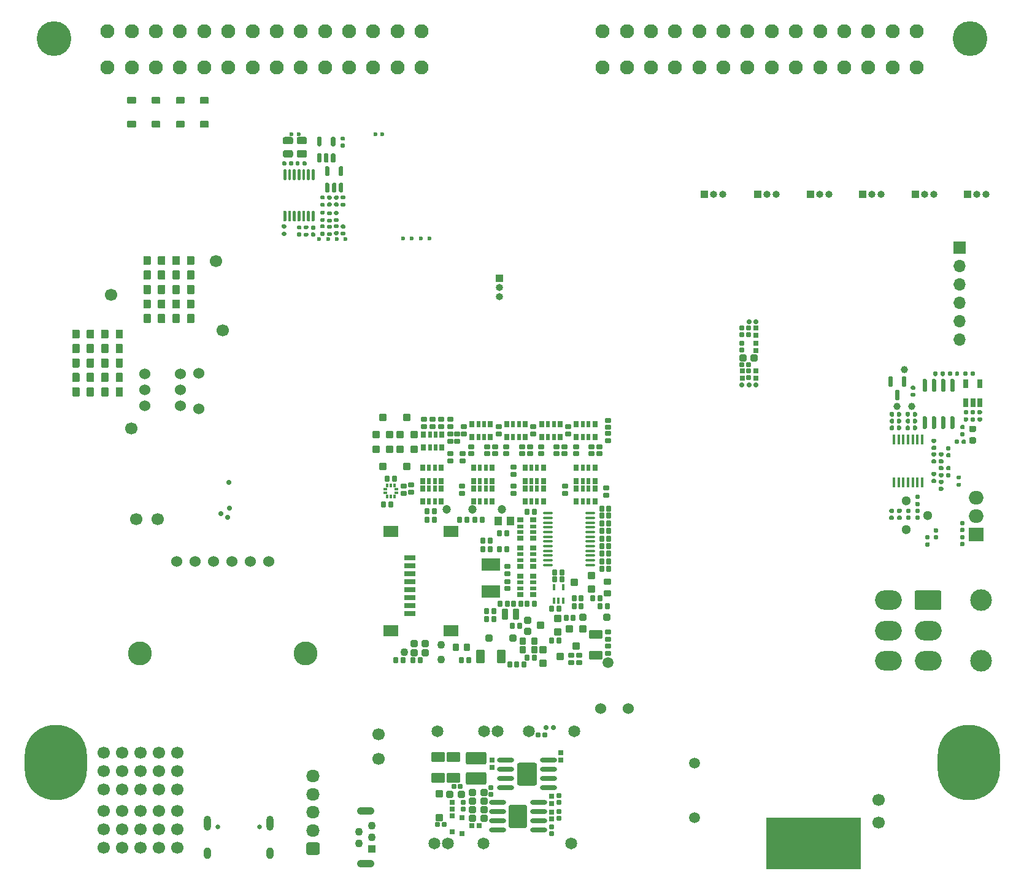
<source format=gbs>
G75*
G70*
%OFA0B0*%
%FSLAX25Y25*%
%IPPOS*%
%LPD*%
%AMOC8*
5,1,8,0,0,1.08239X$1,22.5*
%
%AMM114*
21,1,0.041340,0.026770,-0.000000,0.000000,90.000000*
21,1,0.029130,0.038980,-0.000000,0.000000,90.000000*
1,1,0.012210,0.013390,0.014570*
1,1,0.012210,0.013390,-0.014570*
1,1,0.012210,-0.013390,-0.014570*
1,1,0.012210,-0.013390,0.014570*
%
%AMM115*
21,1,0.076380,0.036220,-0.000000,0.000000,180.000000*
21,1,0.061810,0.050790,-0.000000,0.000000,180.000000*
1,1,0.014570,-0.030910,0.018110*
1,1,0.014570,0.030910,0.018110*
1,1,0.014570,0.030910,-0.018110*
1,1,0.014570,-0.030910,-0.018110*
%
%AMM118*
21,1,0.029130,0.018900,-0.000000,0.000000,180.000000*
21,1,0.018900,0.029130,-0.000000,0.000000,180.000000*
1,1,0.010240,-0.009450,0.009450*
1,1,0.010240,0.009450,0.009450*
1,1,0.010240,0.009450,-0.009450*
1,1,0.010240,-0.009450,-0.009450*
%
%AMM119*
21,1,0.025200,0.019680,-0.000000,0.000000,90.000000*
21,1,0.015750,0.029130,-0.000000,0.000000,90.000000*
1,1,0.009450,0.009840,0.007870*
1,1,0.009450,0.009840,-0.007870*
1,1,0.009450,-0.009840,-0.007870*
1,1,0.009450,-0.009840,0.007870*
%
%AMM120*
21,1,0.025200,0.019680,-0.000000,0.000000,0.000000*
21,1,0.015750,0.029130,-0.000000,0.000000,0.000000*
1,1,0.009450,0.007870,-0.009840*
1,1,0.009450,-0.007870,-0.009840*
1,1,0.009450,-0.007870,0.009840*
1,1,0.009450,0.007870,0.009840*
%
%AMM126*
21,1,0.111810,0.050390,-0.000000,0.000000,180.000000*
21,1,0.093700,0.068500,-0.000000,0.000000,180.000000*
1,1,0.018110,-0.046850,0.025200*
1,1,0.018110,0.046850,0.025200*
1,1,0.018110,0.046850,-0.025200*
1,1,0.018110,-0.046850,-0.025200*
%
%AMM127*
21,1,0.038980,0.026770,-0.000000,0.000000,0.000000*
21,1,0.026770,0.038980,-0.000000,0.000000,0.000000*
1,1,0.012210,0.013390,-0.013390*
1,1,0.012210,-0.013390,-0.013390*
1,1,0.012210,-0.013390,0.013390*
1,1,0.012210,0.013390,0.013390*
%
%AMM128*
21,1,0.029130,0.018900,-0.000000,0.000000,270.000000*
21,1,0.018900,0.029130,-0.000000,0.000000,270.000000*
1,1,0.010240,-0.009450,-0.009450*
1,1,0.010240,-0.009450,0.009450*
1,1,0.010240,0.009450,0.009450*
1,1,0.010240,0.009450,-0.009450*
%
%AMM129*
21,1,0.127560,0.075590,-0.000000,0.000000,270.000000*
21,1,0.103150,0.100000,-0.000000,0.000000,270.000000*
1,1,0.024410,-0.037800,-0.051580*
1,1,0.024410,-0.037800,0.051580*
1,1,0.024410,0.037800,0.051580*
1,1,0.024410,0.037800,-0.051580*
%
%AMM130*
21,1,0.123620,0.083460,-0.000000,0.000000,90.000000*
21,1,0.097240,0.109840,-0.000000,0.000000,90.000000*
1,1,0.026380,0.041730,0.048620*
1,1,0.026380,0.041730,-0.048620*
1,1,0.026380,-0.041730,-0.048620*
1,1,0.026380,-0.041730,0.048620*
%
%AMM147*
21,1,0.029130,0.018900,0.000000,-0.000000,90.000000*
21,1,0.018900,0.029130,0.000000,-0.000000,90.000000*
1,1,0.010240,0.009450,0.009450*
1,1,0.010240,0.009450,-0.009450*
1,1,0.010240,-0.009450,-0.009450*
1,1,0.010240,-0.009450,0.009450*
%
%AMM148*
21,1,0.025200,0.019680,0.000000,-0.000000,180.000000*
21,1,0.015750,0.029130,0.000000,-0.000000,180.000000*
1,1,0.009450,-0.007870,0.009840*
1,1,0.009450,0.007870,0.009840*
1,1,0.009450,0.007870,-0.009840*
1,1,0.009450,-0.007870,-0.009840*
%
%AMM149*
21,1,0.038980,0.026770,0.000000,-0.000000,180.000000*
21,1,0.026770,0.038980,0.000000,-0.000000,180.000000*
1,1,0.012210,-0.013390,0.013390*
1,1,0.012210,0.013390,0.013390*
1,1,0.012210,0.013390,-0.013390*
1,1,0.012210,-0.013390,-0.013390*
%
%AMM150*
21,1,0.025200,0.019680,0.000000,-0.000000,270.000000*
21,1,0.015750,0.029130,0.000000,-0.000000,270.000000*
1,1,0.009450,-0.009840,-0.007870*
1,1,0.009450,-0.009840,0.007870*
1,1,0.009450,0.009840,0.007870*
1,1,0.009450,0.009840,-0.007870*
%
%AMM222*
21,1,0.029530,0.026380,-0.000000,-0.000000,90.000000*
21,1,0.020470,0.035430,-0.000000,-0.000000,90.000000*
1,1,0.009060,0.013190,0.010240*
1,1,0.009060,0.013190,-0.010240*
1,1,0.009060,-0.013190,-0.010240*
1,1,0.009060,-0.013190,0.010240*
%
%AMM223*
21,1,0.021650,0.027950,-0.000000,-0.000000,90.000000*
21,1,0.014170,0.035430,-0.000000,-0.000000,90.000000*
1,1,0.007480,0.013980,0.007090*
1,1,0.007480,0.013980,-0.007090*
1,1,0.007480,-0.013980,-0.007090*
1,1,0.007480,-0.013980,0.007090*
%
%AMM226*
21,1,0.031500,0.018900,-0.000000,-0.000000,270.000000*
21,1,0.022840,0.027560,-0.000000,-0.000000,270.000000*
1,1,0.008660,-0.009450,-0.011420*
1,1,0.008660,-0.009450,0.011420*
1,1,0.008660,0.009450,0.011420*
1,1,0.008660,0.009450,-0.011420*
%
%AMM228*
21,1,0.031500,0.018900,-0.000000,-0.000000,0.000000*
21,1,0.022840,0.027560,-0.000000,-0.000000,0.000000*
1,1,0.008660,0.011420,-0.009450*
1,1,0.008660,-0.011420,-0.009450*
1,1,0.008660,-0.011420,0.009450*
1,1,0.008660,0.011420,0.009450*
%
%AMM230*
21,1,0.039370,0.030320,-0.000000,-0.000000,90.000000*
21,1,0.028350,0.041340,-0.000000,-0.000000,90.000000*
1,1,0.011020,0.015160,0.014170*
1,1,0.011020,0.015160,-0.014170*
1,1,0.011020,-0.015160,-0.014170*
1,1,0.011020,-0.015160,0.014170*
%
%AMM233*
21,1,0.031500,0.030710,-0.000000,-0.000000,180.000000*
21,1,0.022050,0.040160,-0.000000,-0.000000,180.000000*
1,1,0.009450,-0.011020,0.015350*
1,1,0.009450,0.011020,0.015350*
1,1,0.009450,0.011020,-0.015350*
1,1,0.009450,-0.011020,-0.015350*
%
%AMM251*
21,1,0.037400,0.026770,-0.000000,-0.000000,270.000000*
21,1,0.026770,0.037400,-0.000000,-0.000000,270.000000*
1,1,0.010630,-0.013390,-0.013390*
1,1,0.010630,-0.013390,0.013390*
1,1,0.010630,0.013390,0.013390*
1,1,0.010630,0.013390,-0.013390*
%
%AMM252*
21,1,0.029530,0.026380,-0.000000,-0.000000,180.000000*
21,1,0.020470,0.035430,-0.000000,-0.000000,180.000000*
1,1,0.009060,-0.010240,0.013190*
1,1,0.009060,0.010240,0.013190*
1,1,0.009060,0.010240,-0.013190*
1,1,0.009060,-0.010240,-0.013190*
%
%AMM253*
21,1,0.021650,0.027950,-0.000000,-0.000000,180.000000*
21,1,0.014170,0.035430,-0.000000,-0.000000,180.000000*
1,1,0.007480,-0.007090,0.013980*
1,1,0.007480,0.007090,0.013980*
1,1,0.007480,0.007090,-0.013980*
1,1,0.007480,-0.007090,-0.013980*
%
%AMM254*
21,1,0.037400,0.026770,-0.000000,-0.000000,180.000000*
21,1,0.026770,0.037400,-0.000000,-0.000000,180.000000*
1,1,0.010630,-0.013390,0.013390*
1,1,0.010630,0.013390,0.013390*
1,1,0.010630,0.013390,-0.013390*
1,1,0.010630,-0.013390,-0.013390*
%
%AMM255*
21,1,0.082680,0.045670,-0.000000,-0.000000,0.000000*
21,1,0.067320,0.061020,-0.000000,-0.000000,0.000000*
1,1,0.015350,0.033660,-0.022840*
1,1,0.015350,-0.033660,-0.022840*
1,1,0.015350,-0.033660,0.022840*
1,1,0.015350,0.033660,0.022840*
%
%AMM256*
21,1,0.062990,0.020470,-0.000000,-0.000000,0.000000*
21,1,0.053940,0.029530,-0.000000,-0.000000,0.000000*
1,1,0.009060,0.026970,-0.010240*
1,1,0.009060,-0.026970,-0.010240*
1,1,0.009060,-0.026970,0.010240*
1,1,0.009060,0.026970,0.010240*
%
%AMM257*
21,1,0.039370,0.030320,-0.000000,-0.000000,0.000000*
21,1,0.028350,0.041340,-0.000000,-0.000000,0.000000*
1,1,0.011020,0.014170,-0.015160*
1,1,0.011020,-0.014170,-0.015160*
1,1,0.011020,-0.014170,0.015160*
1,1,0.011020,0.014170,0.015160*
%
%AMM258*
21,1,0.016540,0.028980,-0.000000,-0.000000,0.000000*
21,1,0.010080,0.035430,-0.000000,-0.000000,0.000000*
1,1,0.006460,0.005040,-0.014490*
1,1,0.006460,-0.005040,-0.014490*
1,1,0.006460,-0.005040,0.014490*
1,1,0.006460,0.005040,0.014490*
%
%AMM259*
21,1,0.074800,0.036220,-0.000000,-0.000000,180.000000*
21,1,0.061810,0.049210,-0.000000,-0.000000,180.000000*
1,1,0.012990,-0.030910,0.018110*
1,1,0.012990,0.030910,0.018110*
1,1,0.012990,0.030910,-0.018110*
1,1,0.012990,-0.030910,-0.018110*
%
%AMM260*
21,1,0.039760,0.026770,-0.000000,-0.000000,180.000000*
21,1,0.029130,0.037400,-0.000000,-0.000000,180.000000*
1,1,0.010630,-0.014570,0.013390*
1,1,0.010630,0.014570,0.013390*
1,1,0.010630,0.014570,-0.013390*
1,1,0.010630,-0.014570,-0.013390*
%
%AMM261*
21,1,0.031500,0.049610,-0.000000,-0.000000,180.000000*
21,1,0.022050,0.059060,-0.000000,-0.000000,180.000000*
1,1,0.009450,-0.011020,0.024800*
1,1,0.009450,0.011020,0.024800*
1,1,0.009450,0.011020,-0.024800*
1,1,0.009450,-0.011020,-0.024800*
%
%AMM262*
21,1,0.074800,0.036220,-0.000000,-0.000000,270.000000*
21,1,0.061810,0.049210,-0.000000,-0.000000,270.000000*
1,1,0.012990,-0.018110,-0.030910*
1,1,0.012990,-0.018110,0.030910*
1,1,0.012990,0.018110,0.030910*
1,1,0.012990,0.018110,-0.030910*
%
%AMM263*
21,1,0.031500,0.030710,-0.000000,-0.000000,270.000000*
21,1,0.022050,0.040160,-0.000000,-0.000000,270.000000*
1,1,0.009450,-0.015350,-0.011020*
1,1,0.009450,-0.015350,0.011020*
1,1,0.009450,0.015350,0.011020*
1,1,0.009450,0.015350,-0.011020*
%
%ADD11R,0.03937X0.03937*%
%ADD12O,0.03937X0.03937*%
%ADD145C,0.02913*%
%ADD146C,0.06457*%
%ADD15C,0.06693*%
%ADD17C,0.11811*%
%ADD186C,0.03900*%
%ADD240C,0.04294*%
%ADD25C,0.03543*%
%ADD26O,0.33858X0.40945*%
%ADD265R,0.01772X0.01870*%
%ADD267O,0.05354X0.01378*%
%ADD270R,0.09843X0.07087*%
%ADD271R,0.01870X0.01772*%
%ADD273R,0.04331X0.04724*%
%ADD28C,0.06000*%
%ADD29O,0.07283X0.06693*%
%ADD30C,0.02362*%
%ADD305M114*%
%ADD306M115*%
%ADD309M118*%
%ADD310M119*%
%ADD311M120*%
%ADD318M126*%
%ADD319M127*%
%ADD320M128*%
%ADD321O,0.09213X0.02520*%
%ADD322M129*%
%ADD323M130*%
%ADD340M147*%
%ADD341M148*%
%ADD342M149*%
%ADD343M150*%
%ADD347R,0.07874X0.07500*%
%ADD348O,0.07874X0.07500*%
%ADD350R,0.01772X0.05709*%
%ADD351R,0.02559X0.04803*%
%ADD36R,0.04331X0.04331*%
%ADD37C,0.04331*%
%ADD38O,0.09449X0.04331*%
%ADD41C,0.05906*%
%ADD443M222*%
%ADD444M223*%
%ADD447M226*%
%ADD449M228*%
%ADD451M230*%
%ADD454M233*%
%ADD472M251*%
%ADD473M252*%
%ADD474M253*%
%ADD475M254*%
%ADD476M255*%
%ADD477M256*%
%ADD478M257*%
%ADD479M258*%
%ADD480M259*%
%ADD481M260*%
%ADD482M261*%
%ADD483M262*%
%ADD484M263*%
%ADD73O,0.03937X0.08268*%
%ADD74O,0.03937X0.06299*%
%ADD75R,0.06693X0.06693*%
%ADD76O,0.06693X0.06693*%
%ADD77C,0.13000*%
%ADD79O,0.14567X0.10630*%
%ADD80C,0.04724*%
%ADD84C,0.05118*%
%ADD88C,0.00472*%
%ADD89C,0.18898*%
%ADD90C,0.07687*%
%ADD91C,0.02559*%
X0000000Y0000000D02*
%LPD*%
G01*
D88*
X0454980Y0005480D02*
X0403799Y0005480D01*
X0403799Y0033039D01*
X0454980Y0033039D01*
X0454980Y0005480D01*
G36*
X0454980Y0005480D02*
G01*
X0403799Y0005480D01*
X0403799Y0033039D01*
X0454980Y0033039D01*
X0454980Y0005480D01*
G37*
D11*
X0456219Y0371949D03*
D12*
X0461219Y0371949D03*
X0466219Y0371949D03*
D11*
X0513069Y0371949D03*
D12*
X0518069Y0371949D03*
X0523069Y0371949D03*
D41*
X0364969Y0062697D03*
X0364969Y0033170D03*
D15*
X0464870Y0042618D03*
X0043728Y0068433D03*
X0053728Y0068433D03*
X0063728Y0068433D03*
X0073728Y0068433D03*
X0083728Y0068433D03*
X0043728Y0058433D03*
X0053728Y0058433D03*
X0063728Y0058433D03*
X0073728Y0058433D03*
X0083728Y0058433D03*
X0043728Y0048433D03*
X0053728Y0048433D03*
X0063728Y0048433D03*
X0073728Y0048433D03*
X0083728Y0048433D03*
X0073089Y0195446D03*
X0061671Y0195446D03*
D11*
X0258965Y0326535D03*
D12*
X0258965Y0321535D03*
X0258965Y0316535D03*
D15*
X0104909Y0335827D03*
D25*
X0017724Y0046654D03*
X0012016Y0048028D03*
X0023433Y0048028D03*
X0007799Y0051496D03*
X0027650Y0051496D03*
X0005319Y0057067D03*
X0030130Y0057067D03*
X0005028Y0062992D03*
D26*
X0017724Y0062992D03*
D25*
X0030421Y0062992D03*
X0005319Y0068917D03*
X0030130Y0068917D03*
X0007799Y0074488D03*
X0027650Y0074488D03*
X0012016Y0077957D03*
X0023433Y0077957D03*
X0017724Y0079331D03*
D89*
X0514575Y0456693D03*
X0016937Y0456693D03*
D90*
X0485559Y0460630D03*
X0472436Y0460630D03*
X0459312Y0460630D03*
X0446189Y0460630D03*
X0433066Y0460630D03*
X0419942Y0460630D03*
X0406819Y0460630D03*
X0393696Y0460630D03*
X0380572Y0460630D03*
X0367449Y0460630D03*
X0354326Y0460630D03*
X0341202Y0460630D03*
X0328079Y0460630D03*
X0314955Y0460630D03*
X0314955Y0440945D03*
X0328079Y0440945D03*
X0341202Y0440945D03*
X0354326Y0440945D03*
X0367449Y0440945D03*
X0380572Y0440945D03*
X0393696Y0440945D03*
X0406819Y0440945D03*
X0419942Y0440945D03*
X0433066Y0440945D03*
X0446189Y0440945D03*
X0459312Y0440945D03*
X0472436Y0440945D03*
X0485559Y0440945D03*
X0216583Y0460630D03*
X0203459Y0460630D03*
X0190336Y0460630D03*
X0177213Y0460630D03*
X0164089Y0460630D03*
X0150966Y0460630D03*
X0137843Y0460630D03*
X0124719Y0460630D03*
X0111596Y0460630D03*
X0098473Y0460630D03*
X0085349Y0460630D03*
X0072226Y0460630D03*
X0059102Y0460630D03*
X0045979Y0460630D03*
X0045979Y0440945D03*
X0059102Y0440945D03*
X0072226Y0440945D03*
X0085349Y0440945D03*
X0098473Y0440945D03*
X0111596Y0440945D03*
X0124719Y0440945D03*
X0137843Y0440945D03*
X0150966Y0440945D03*
X0164089Y0440945D03*
X0177213Y0440945D03*
X0190336Y0440945D03*
X0203459Y0440945D03*
X0216583Y0440945D03*
D28*
X0085382Y0274508D03*
X0066091Y0274508D03*
G36*
G01*
X0160295Y0012862D02*
X0154980Y0012862D01*
G75*
G02*
X0153996Y0013846I0000000J0000984D01*
G01*
X0153996Y0018571D01*
G75*
G02*
X0154980Y0019555I0000984J0000000D01*
G01*
X0160295Y0019555D01*
G75*
G02*
X0161280Y0018571I0000000J-000984D01*
G01*
X0161280Y0013846D01*
G75*
G02*
X0160295Y0012862I-000984J0000000D01*
G01*
G37*
D29*
X0157638Y0026051D03*
X0157638Y0035894D03*
X0157638Y0045736D03*
X0157638Y0055579D03*
D15*
X0193335Y0065024D03*
D11*
X0484722Y0371949D03*
D12*
X0489722Y0371949D03*
X0494722Y0371949D03*
D25*
X0513787Y0046654D03*
X0508079Y0048028D03*
X0519496Y0048028D03*
X0503862Y0051496D03*
X0523713Y0051496D03*
X0501382Y0057067D03*
X0526193Y0057067D03*
X0501091Y0062992D03*
D26*
X0513787Y0062992D03*
D25*
X0526484Y0062992D03*
X0501382Y0068917D03*
X0526193Y0068917D03*
X0503862Y0074488D03*
X0523713Y0074488D03*
X0508079Y0077957D03*
X0519496Y0077957D03*
X0513787Y0079331D03*
D15*
X0043768Y0036634D03*
X0053768Y0036634D03*
X0063768Y0036634D03*
X0073768Y0036634D03*
X0083768Y0036634D03*
X0043768Y0026634D03*
X0053768Y0026634D03*
X0063768Y0026634D03*
X0073768Y0026634D03*
X0083768Y0026634D03*
X0043768Y0016634D03*
X0053768Y0016634D03*
X0063768Y0016634D03*
X0073768Y0016634D03*
X0083768Y0016634D03*
D30*
X0165717Y0347884D03*
X0160992Y0347884D03*
X0170441Y0347884D03*
X0175165Y0347884D03*
X0149732Y0404675D03*
X0145795Y0404675D03*
D15*
X0108551Y0297933D03*
D28*
X0085382Y0265846D03*
X0066091Y0265846D03*
D36*
X0189567Y0016012D03*
D37*
X0182677Y0019161D03*
X0189567Y0022311D03*
X0182677Y0025461D03*
X0189567Y0028610D03*
D38*
X0186122Y0007941D03*
X0186122Y0036681D03*
D30*
X0398138Y0268406D03*
X0394398Y0268406D03*
X0390657Y0268406D03*
X0394594Y0302657D03*
X0398138Y0302657D03*
D15*
X0058846Y0244587D03*
D41*
X0225303Y0080217D03*
X0250500Y0080217D03*
X0257980Y0080217D03*
X0274909Y0080217D03*
D30*
X0284358Y0081988D03*
X0288295Y0081988D03*
D41*
X0299516Y0080217D03*
X0223531Y0019193D03*
X0230815Y0019193D03*
X0250303Y0019193D03*
X0297744Y0019193D03*
D30*
X0111130Y0196457D03*
X0107685Y0198524D03*
X0112311Y0201476D03*
X0112016Y0215453D03*
D11*
X0427734Y0371949D03*
D12*
X0432734Y0371949D03*
X0437734Y0371949D03*
D11*
X0370274Y0371949D03*
D12*
X0375274Y0371949D03*
X0380274Y0371949D03*
D28*
X0085382Y0257185D03*
X0066091Y0257185D03*
D15*
X0193236Y0078508D03*
D28*
X0328866Y0092224D03*
X0313866Y0092224D03*
D15*
X0464870Y0030512D03*
D91*
X0105866Y0028118D03*
X0128622Y0028118D03*
D73*
X0100236Y0030087D03*
D74*
X0100236Y0013630D03*
D73*
X0134252Y0030087D03*
D74*
X0134252Y0013630D03*
D30*
X0211327Y0348031D03*
X0206602Y0348031D03*
X0216051Y0348031D03*
X0220776Y0348031D03*
X0195343Y0404823D03*
X0191406Y0404823D03*
D11*
X0399289Y0371949D03*
D12*
X0404289Y0371949D03*
X0409289Y0371949D03*
D28*
X0095382Y0274705D03*
X0095382Y0255413D03*
D75*
X0508768Y0343209D03*
D76*
X0508768Y0333209D03*
X0508768Y0323209D03*
X0508768Y0313209D03*
X0508768Y0303209D03*
X0508768Y0293209D03*
D77*
X0153445Y0122390D03*
X0063445Y0122390D03*
D28*
X0133445Y0172390D03*
X0123445Y0172390D03*
X0113445Y0172390D03*
X0103445Y0172390D03*
X0093445Y0172390D03*
X0083445Y0172390D03*
D17*
X0520480Y0151378D03*
X0520480Y0118307D03*
G36*
G01*
X0485441Y0156693D02*
X0498039Y0156693D01*
G75*
G02*
X0499024Y0155709I0000000J-000984D01*
G01*
X0499024Y0147047D01*
G75*
G02*
X0498039Y0146063I-000984J0000000D01*
G01*
X0485441Y0146063D01*
G75*
G02*
X0484457Y0147047I0000000J0000984D01*
G01*
X0484457Y0155709D01*
G75*
G02*
X0485441Y0156693I0000984J0000000D01*
G01*
G37*
D79*
X0491740Y0134843D03*
X0491740Y0118307D03*
X0470087Y0151378D03*
X0470087Y0134843D03*
X0470087Y0118307D03*
D15*
X0047921Y0317224D03*
G36*
G01*
X0065500Y0302461D02*
X0065500Y0306594D01*
G75*
G02*
X0065894Y0306988I0000394J0000000D01*
G01*
X0069043Y0306988D01*
G75*
G02*
X0069437Y0306594I0000000J-000394D01*
G01*
X0069437Y0302461D01*
G75*
G02*
X0069043Y0302067I-000394J0000000D01*
G01*
X0065894Y0302067D01*
G75*
G02*
X0065500Y0302461I0000000J0000394D01*
G01*
G37*
G36*
G01*
X0073374Y0302461D02*
X0073374Y0306594D01*
G75*
G02*
X0073768Y0306988I0000394J0000000D01*
G01*
X0076917Y0306988D01*
G75*
G02*
X0077311Y0306594I0000000J-000394D01*
G01*
X0077311Y0302461D01*
G75*
G02*
X0076917Y0302067I-000394J0000000D01*
G01*
X0073768Y0302067D01*
G75*
G02*
X0073374Y0302461I0000000J0000394D01*
G01*
G37*
G36*
G01*
X0061071Y0408366D02*
X0057055Y0408366D01*
G75*
G02*
X0056701Y0408720I0000000J0000354D01*
G01*
X0056701Y0411555D01*
G75*
G02*
X0057055Y0411909I0000354J0000000D01*
G01*
X0061071Y0411909D01*
G75*
G02*
X0061425Y0411555I0000000J-000354D01*
G01*
X0061425Y0408720D01*
G75*
G02*
X0061071Y0408366I-000354J0000000D01*
G01*
G37*
G36*
G01*
X0061071Y0421358D02*
X0057055Y0421358D01*
G75*
G02*
X0056701Y0421713I0000000J0000354D01*
G01*
X0056701Y0424547D01*
G75*
G02*
X0057055Y0424902I0000354J0000000D01*
G01*
X0061071Y0424902D01*
G75*
G02*
X0061425Y0424547I0000000J-000354D01*
G01*
X0061425Y0421713D01*
G75*
G02*
X0061071Y0421358I-000354J0000000D01*
G01*
G37*
G36*
G01*
X0065500Y0326083D02*
X0065500Y0330217D01*
G75*
G02*
X0065894Y0330610I0000394J0000000D01*
G01*
X0069043Y0330610D01*
G75*
G02*
X0069437Y0330217I0000000J-000394D01*
G01*
X0069437Y0326083D01*
G75*
G02*
X0069043Y0325689I-000394J0000000D01*
G01*
X0065894Y0325689D01*
G75*
G02*
X0065500Y0326083I0000000J0000394D01*
G01*
G37*
G36*
G01*
X0073374Y0326083D02*
X0073374Y0330217D01*
G75*
G02*
X0073768Y0330610I0000394J0000000D01*
G01*
X0076917Y0330610D01*
G75*
G02*
X0077311Y0330217I0000000J-000394D01*
G01*
X0077311Y0326083D01*
G75*
G02*
X0076917Y0325689I-000394J0000000D01*
G01*
X0073768Y0325689D01*
G75*
G02*
X0073374Y0326083I0000000J0000394D01*
G01*
G37*
G36*
G01*
X0054339Y0274508D02*
X0054339Y0270374D01*
G75*
G02*
X0053945Y0269980I-000394J0000000D01*
G01*
X0050795Y0269980D01*
G75*
G02*
X0050402Y0270374I0000000J0000394D01*
G01*
X0050402Y0274508D01*
G75*
G02*
X0050795Y0274902I0000394J0000000D01*
G01*
X0053945Y0274902D01*
G75*
G02*
X0054339Y0274508I0000000J-000394D01*
G01*
G37*
G36*
G01*
X0046465Y0274508D02*
X0046465Y0270374D01*
G75*
G02*
X0046071Y0269980I-000394J0000000D01*
G01*
X0042921Y0269980D01*
G75*
G02*
X0042528Y0270374I0000000J0000394D01*
G01*
X0042528Y0274508D01*
G75*
G02*
X0042921Y0274902I0000394J0000000D01*
G01*
X0046071Y0274902D01*
G75*
G02*
X0046465Y0274508I0000000J-000394D01*
G01*
G37*
G36*
G01*
X0093059Y0322343D02*
X0093059Y0318209D01*
G75*
G02*
X0092665Y0317815I-000394J0000000D01*
G01*
X0089516Y0317815D01*
G75*
G02*
X0089122Y0318209I0000000J0000394D01*
G01*
X0089122Y0322343D01*
G75*
G02*
X0089516Y0322736I0000394J0000000D01*
G01*
X0092665Y0322736D01*
G75*
G02*
X0093059Y0322343I0000000J-000394D01*
G01*
G37*
G36*
G01*
X0085185Y0322343D02*
X0085185Y0318209D01*
G75*
G02*
X0084791Y0317815I-000394J0000000D01*
G01*
X0081642Y0317815D01*
G75*
G02*
X0081248Y0318209I0000000J0000394D01*
G01*
X0081248Y0322343D01*
G75*
G02*
X0081642Y0322736I0000394J0000000D01*
G01*
X0084791Y0322736D01*
G75*
G02*
X0085185Y0322343I0000000J-000394D01*
G01*
G37*
G36*
G01*
X0026780Y0262500D02*
X0026780Y0266634D01*
G75*
G02*
X0027173Y0267028I0000394J0000000D01*
G01*
X0030323Y0267028D01*
G75*
G02*
X0030717Y0266634I0000000J-000394D01*
G01*
X0030717Y0262500D01*
G75*
G02*
X0030323Y0262106I-000394J0000000D01*
G01*
X0027173Y0262106D01*
G75*
G02*
X0026780Y0262500I0000000J0000394D01*
G01*
G37*
G36*
G01*
X0034654Y0262500D02*
X0034654Y0266634D01*
G75*
G02*
X0035047Y0267028I0000394J0000000D01*
G01*
X0038197Y0267028D01*
G75*
G02*
X0038591Y0266634I0000000J-000394D01*
G01*
X0038591Y0262500D01*
G75*
G02*
X0038197Y0262106I-000394J0000000D01*
G01*
X0035047Y0262106D01*
G75*
G02*
X0034654Y0262500I0000000J0000394D01*
G01*
G37*
G36*
G01*
X0093059Y0338091D02*
X0093059Y0333957D01*
G75*
G02*
X0092665Y0333563I-000394J0000000D01*
G01*
X0089516Y0333563D01*
G75*
G02*
X0089122Y0333957I0000000J0000394D01*
G01*
X0089122Y0338091D01*
G75*
G02*
X0089516Y0338484I0000394J0000000D01*
G01*
X0092665Y0338484D01*
G75*
G02*
X0093059Y0338091I0000000J-000394D01*
G01*
G37*
G36*
G01*
X0085185Y0338091D02*
X0085185Y0333957D01*
G75*
G02*
X0084791Y0333563I-000394J0000000D01*
G01*
X0081642Y0333563D01*
G75*
G02*
X0081248Y0333957I0000000J0000394D01*
G01*
X0081248Y0338091D01*
G75*
G02*
X0081642Y0338484I0000394J0000000D01*
G01*
X0084791Y0338484D01*
G75*
G02*
X0085185Y0338091I0000000J-000394D01*
G01*
G37*
G36*
G01*
X0054339Y0298130D02*
X0054339Y0293996D01*
G75*
G02*
X0053945Y0293602I-000394J0000000D01*
G01*
X0050795Y0293602D01*
G75*
G02*
X0050402Y0293996I0000000J0000394D01*
G01*
X0050402Y0298130D01*
G75*
G02*
X0050795Y0298524I0000394J0000000D01*
G01*
X0053945Y0298524D01*
G75*
G02*
X0054339Y0298130I0000000J-000394D01*
G01*
G37*
G36*
G01*
X0046465Y0298130D02*
X0046465Y0293996D01*
G75*
G02*
X0046071Y0293602I-000394J0000000D01*
G01*
X0042921Y0293602D01*
G75*
G02*
X0042528Y0293996I0000000J0000394D01*
G01*
X0042528Y0298130D01*
G75*
G02*
X0042921Y0298524I0000394J0000000D01*
G01*
X0046071Y0298524D01*
G75*
G02*
X0046465Y0298130I0000000J-000394D01*
G01*
G37*
G36*
G01*
X0026780Y0293996D02*
X0026780Y0298130D01*
G75*
G02*
X0027173Y0298524I0000394J0000000D01*
G01*
X0030323Y0298524D01*
G75*
G02*
X0030717Y0298130I0000000J-000394D01*
G01*
X0030717Y0293996D01*
G75*
G02*
X0030323Y0293602I-000394J0000000D01*
G01*
X0027173Y0293602D01*
G75*
G02*
X0026780Y0293996I0000000J0000394D01*
G01*
G37*
G36*
G01*
X0034654Y0293996D02*
X0034654Y0298130D01*
G75*
G02*
X0035047Y0298524I0000394J0000000D01*
G01*
X0038197Y0298524D01*
G75*
G02*
X0038591Y0298130I0000000J-000394D01*
G01*
X0038591Y0293996D01*
G75*
G02*
X0038197Y0293602I-000394J0000000D01*
G01*
X0035047Y0293602D01*
G75*
G02*
X0034654Y0293996I0000000J0000394D01*
G01*
G37*
G36*
G01*
X0093059Y0314469D02*
X0093059Y0310335D01*
G75*
G02*
X0092665Y0309941I-000394J0000000D01*
G01*
X0089516Y0309941D01*
G75*
G02*
X0089122Y0310335I0000000J0000394D01*
G01*
X0089122Y0314469D01*
G75*
G02*
X0089516Y0314862I0000394J0000000D01*
G01*
X0092665Y0314862D01*
G75*
G02*
X0093059Y0314469I0000000J-000394D01*
G01*
G37*
G36*
G01*
X0085185Y0314469D02*
X0085185Y0310335D01*
G75*
G02*
X0084791Y0309941I-000394J0000000D01*
G01*
X0081642Y0309941D01*
G75*
G02*
X0081248Y0310335I0000000J0000394D01*
G01*
X0081248Y0314469D01*
G75*
G02*
X0081642Y0314862I0000394J0000000D01*
G01*
X0084791Y0314862D01*
G75*
G02*
X0085185Y0314469I0000000J-000394D01*
G01*
G37*
G36*
G01*
X0087449Y0408366D02*
X0083433Y0408366D01*
G75*
G02*
X0083079Y0408720I0000000J0000354D01*
G01*
X0083079Y0411555D01*
G75*
G02*
X0083433Y0411909I0000354J0000000D01*
G01*
X0087449Y0411909D01*
G75*
G02*
X0087803Y0411555I0000000J-000354D01*
G01*
X0087803Y0408720D01*
G75*
G02*
X0087449Y0408366I-000354J0000000D01*
G01*
G37*
G36*
G01*
X0087449Y0421358D02*
X0083433Y0421358D01*
G75*
G02*
X0083079Y0421713I0000000J0000354D01*
G01*
X0083079Y0424547D01*
G75*
G02*
X0083433Y0424902I0000354J0000000D01*
G01*
X0087449Y0424902D01*
G75*
G02*
X0087803Y0424547I0000000J-000354D01*
G01*
X0087803Y0421713D01*
G75*
G02*
X0087449Y0421358I-000354J0000000D01*
G01*
G37*
G36*
G01*
X0026780Y0278248D02*
X0026780Y0282382D01*
G75*
G02*
X0027173Y0282776I0000394J0000000D01*
G01*
X0030323Y0282776D01*
G75*
G02*
X0030717Y0282382I0000000J-000394D01*
G01*
X0030717Y0278248D01*
G75*
G02*
X0030323Y0277854I-000394J0000000D01*
G01*
X0027173Y0277854D01*
G75*
G02*
X0026780Y0278248I0000000J0000394D01*
G01*
G37*
G36*
G01*
X0034654Y0278248D02*
X0034654Y0282382D01*
G75*
G02*
X0035047Y0282776I0000394J0000000D01*
G01*
X0038197Y0282776D01*
G75*
G02*
X0038591Y0282382I0000000J-000394D01*
G01*
X0038591Y0278248D01*
G75*
G02*
X0038197Y0277854I-000394J0000000D01*
G01*
X0035047Y0277854D01*
G75*
G02*
X0034654Y0278248I0000000J0000394D01*
G01*
G37*
G36*
G01*
X0054339Y0282382D02*
X0054339Y0278248D01*
G75*
G02*
X0053945Y0277854I-000394J0000000D01*
G01*
X0050795Y0277854D01*
G75*
G02*
X0050402Y0278248I0000000J0000394D01*
G01*
X0050402Y0282382D01*
G75*
G02*
X0050795Y0282776I0000394J0000000D01*
G01*
X0053945Y0282776D01*
G75*
G02*
X0054339Y0282382I0000000J-000394D01*
G01*
G37*
G36*
G01*
X0046465Y0282382D02*
X0046465Y0278248D01*
G75*
G02*
X0046071Y0277854I-000394J0000000D01*
G01*
X0042921Y0277854D01*
G75*
G02*
X0042528Y0278248I0000000J0000394D01*
G01*
X0042528Y0282382D01*
G75*
G02*
X0042921Y0282776I0000394J0000000D01*
G01*
X0046071Y0282776D01*
G75*
G02*
X0046465Y0282382I0000000J-000394D01*
G01*
G37*
G36*
G01*
X0026780Y0270374D02*
X0026780Y0274508D01*
G75*
G02*
X0027173Y0274902I0000394J0000000D01*
G01*
X0030323Y0274902D01*
G75*
G02*
X0030717Y0274508I0000000J-000394D01*
G01*
X0030717Y0270374D01*
G75*
G02*
X0030323Y0269980I-000394J0000000D01*
G01*
X0027173Y0269980D01*
G75*
G02*
X0026780Y0270374I0000000J0000394D01*
G01*
G37*
G36*
G01*
X0034654Y0270374D02*
X0034654Y0274508D01*
G75*
G02*
X0035047Y0274902I0000394J0000000D01*
G01*
X0038197Y0274902D01*
G75*
G02*
X0038591Y0274508I0000000J-000394D01*
G01*
X0038591Y0270374D01*
G75*
G02*
X0038197Y0269980I-000394J0000000D01*
G01*
X0035047Y0269980D01*
G75*
G02*
X0034654Y0270374I0000000J0000394D01*
G01*
G37*
G36*
G01*
X0100539Y0408366D02*
X0096524Y0408366D01*
G75*
G02*
X0096169Y0408720I0000000J0000354D01*
G01*
X0096169Y0411555D01*
G75*
G02*
X0096524Y0411909I0000354J0000000D01*
G01*
X0100539Y0411909D01*
G75*
G02*
X0100894Y0411555I0000000J-000354D01*
G01*
X0100894Y0408720D01*
G75*
G02*
X0100539Y0408366I-000354J0000000D01*
G01*
G37*
G36*
G01*
X0100539Y0421358D02*
X0096524Y0421358D01*
G75*
G02*
X0096169Y0421713I0000000J0000354D01*
G01*
X0096169Y0424547D01*
G75*
G02*
X0096524Y0424902I0000354J0000000D01*
G01*
X0100539Y0424902D01*
G75*
G02*
X0100894Y0424547I0000000J-000354D01*
G01*
X0100894Y0421713D01*
G75*
G02*
X0100539Y0421358I-000354J0000000D01*
G01*
G37*
G36*
G01*
X0093059Y0306594D02*
X0093059Y0302461D01*
G75*
G02*
X0092665Y0302067I-000394J0000000D01*
G01*
X0089516Y0302067D01*
G75*
G02*
X0089122Y0302461I0000000J0000394D01*
G01*
X0089122Y0306594D01*
G75*
G02*
X0089516Y0306988I0000394J0000000D01*
G01*
X0092665Y0306988D01*
G75*
G02*
X0093059Y0306594I0000000J-000394D01*
G01*
G37*
G36*
G01*
X0085185Y0306594D02*
X0085185Y0302461D01*
G75*
G02*
X0084791Y0302067I-000394J0000000D01*
G01*
X0081642Y0302067D01*
G75*
G02*
X0081248Y0302461I0000000J0000394D01*
G01*
X0081248Y0306594D01*
G75*
G02*
X0081642Y0306988I0000394J0000000D01*
G01*
X0084791Y0306988D01*
G75*
G02*
X0085185Y0306594I0000000J-000394D01*
G01*
G37*
G36*
G01*
X0054339Y0290256D02*
X0054339Y0286122D01*
G75*
G02*
X0053945Y0285728I-000394J0000000D01*
G01*
X0050795Y0285728D01*
G75*
G02*
X0050402Y0286122I0000000J0000394D01*
G01*
X0050402Y0290256D01*
G75*
G02*
X0050795Y0290650I0000394J0000000D01*
G01*
X0053945Y0290650D01*
G75*
G02*
X0054339Y0290256I0000000J-000394D01*
G01*
G37*
G36*
G01*
X0046465Y0290256D02*
X0046465Y0286122D01*
G75*
G02*
X0046071Y0285728I-000394J0000000D01*
G01*
X0042921Y0285728D01*
G75*
G02*
X0042528Y0286122I0000000J0000394D01*
G01*
X0042528Y0290256D01*
G75*
G02*
X0042921Y0290650I0000394J0000000D01*
G01*
X0046071Y0290650D01*
G75*
G02*
X0046465Y0290256I0000000J-000394D01*
G01*
G37*
G36*
G01*
X0065500Y0318209D02*
X0065500Y0322343D01*
G75*
G02*
X0065894Y0322736I0000394J0000000D01*
G01*
X0069043Y0322736D01*
G75*
G02*
X0069437Y0322343I0000000J-000394D01*
G01*
X0069437Y0318209D01*
G75*
G02*
X0069043Y0317815I-000394J0000000D01*
G01*
X0065894Y0317815D01*
G75*
G02*
X0065500Y0318209I0000000J0000394D01*
G01*
G37*
G36*
G01*
X0073374Y0318209D02*
X0073374Y0322343D01*
G75*
G02*
X0073768Y0322736I0000394J0000000D01*
G01*
X0076917Y0322736D01*
G75*
G02*
X0077311Y0322343I0000000J-000394D01*
G01*
X0077311Y0318209D01*
G75*
G02*
X0076917Y0317815I-000394J0000000D01*
G01*
X0073768Y0317815D01*
G75*
G02*
X0073374Y0318209I0000000J0000394D01*
G01*
G37*
G36*
G01*
X0065500Y0310335D02*
X0065500Y0314469D01*
G75*
G02*
X0065894Y0314862I0000394J0000000D01*
G01*
X0069043Y0314862D01*
G75*
G02*
X0069437Y0314469I0000000J-000394D01*
G01*
X0069437Y0310335D01*
G75*
G02*
X0069043Y0309941I-000394J0000000D01*
G01*
X0065894Y0309941D01*
G75*
G02*
X0065500Y0310335I0000000J0000394D01*
G01*
G37*
G36*
G01*
X0073374Y0310335D02*
X0073374Y0314469D01*
G75*
G02*
X0073768Y0314862I0000394J0000000D01*
G01*
X0076917Y0314862D01*
G75*
G02*
X0077311Y0314469I0000000J-000394D01*
G01*
X0077311Y0310335D01*
G75*
G02*
X0076917Y0309941I-000394J0000000D01*
G01*
X0073768Y0309941D01*
G75*
G02*
X0073374Y0310335I0000000J0000394D01*
G01*
G37*
G36*
G01*
X0065500Y0333957D02*
X0065500Y0338091D01*
G75*
G02*
X0065894Y0338484I0000394J0000000D01*
G01*
X0069043Y0338484D01*
G75*
G02*
X0069437Y0338091I0000000J-000394D01*
G01*
X0069437Y0333957D01*
G75*
G02*
X0069043Y0333563I-000394J0000000D01*
G01*
X0065894Y0333563D01*
G75*
G02*
X0065500Y0333957I0000000J0000394D01*
G01*
G37*
G36*
G01*
X0073374Y0333957D02*
X0073374Y0338091D01*
G75*
G02*
X0073768Y0338484I0000394J0000000D01*
G01*
X0076917Y0338484D01*
G75*
G02*
X0077311Y0338091I0000000J-000394D01*
G01*
X0077311Y0333957D01*
G75*
G02*
X0076917Y0333563I-000394J0000000D01*
G01*
X0073768Y0333563D01*
G75*
G02*
X0073374Y0333957I0000000J0000394D01*
G01*
G37*
G36*
G01*
X0074260Y0408366D02*
X0070244Y0408366D01*
G75*
G02*
X0069890Y0408720I0000000J0000354D01*
G01*
X0069890Y0411555D01*
G75*
G02*
X0070244Y0411909I0000354J0000000D01*
G01*
X0074260Y0411909D01*
G75*
G02*
X0074614Y0411555I0000000J-000354D01*
G01*
X0074614Y0408720D01*
G75*
G02*
X0074260Y0408366I-000354J0000000D01*
G01*
G37*
G36*
G01*
X0074260Y0421358D02*
X0070244Y0421358D01*
G75*
G02*
X0069890Y0421713I0000000J0000354D01*
G01*
X0069890Y0424547D01*
G75*
G02*
X0070244Y0424902I0000354J0000000D01*
G01*
X0074260Y0424902D01*
G75*
G02*
X0074614Y0424547I0000000J-000354D01*
G01*
X0074614Y0421713D01*
G75*
G02*
X0074260Y0421358I-000354J0000000D01*
G01*
G37*
G36*
G01*
X0093059Y0330217D02*
X0093059Y0326083D01*
G75*
G02*
X0092665Y0325689I-000394J0000000D01*
G01*
X0089516Y0325689D01*
G75*
G02*
X0089122Y0326083I0000000J0000394D01*
G01*
X0089122Y0330217D01*
G75*
G02*
X0089516Y0330610I0000394J0000000D01*
G01*
X0092665Y0330610D01*
G75*
G02*
X0093059Y0330217I0000000J-000394D01*
G01*
G37*
G36*
G01*
X0085185Y0330217D02*
X0085185Y0326083D01*
G75*
G02*
X0084791Y0325689I-000394J0000000D01*
G01*
X0081642Y0325689D01*
G75*
G02*
X0081248Y0326083I0000000J0000394D01*
G01*
X0081248Y0330217D01*
G75*
G02*
X0081642Y0330610I0000394J0000000D01*
G01*
X0084791Y0330610D01*
G75*
G02*
X0085185Y0330217I0000000J-000394D01*
G01*
G37*
G36*
G01*
X0054339Y0266634D02*
X0054339Y0262500D01*
G75*
G02*
X0053945Y0262106I-000394J0000000D01*
G01*
X0050795Y0262106D01*
G75*
G02*
X0050402Y0262500I0000000J0000394D01*
G01*
X0050402Y0266634D01*
G75*
G02*
X0050795Y0267028I0000394J0000000D01*
G01*
X0053945Y0267028D01*
G75*
G02*
X0054339Y0266634I0000000J-000394D01*
G01*
G37*
G36*
G01*
X0046465Y0266634D02*
X0046465Y0262500D01*
G75*
G02*
X0046071Y0262106I-000394J0000000D01*
G01*
X0042921Y0262106D01*
G75*
G02*
X0042528Y0262500I0000000J0000394D01*
G01*
X0042528Y0266634D01*
G75*
G02*
X0042921Y0267028I0000394J0000000D01*
G01*
X0046071Y0267028D01*
G75*
G02*
X0046465Y0266634I0000000J-000394D01*
G01*
G37*
G36*
G01*
X0026780Y0286122D02*
X0026780Y0290256D01*
G75*
G02*
X0027173Y0290650I0000394J0000000D01*
G01*
X0030323Y0290650D01*
G75*
G02*
X0030717Y0290256I0000000J-000394D01*
G01*
X0030717Y0286122D01*
G75*
G02*
X0030323Y0285728I-000394J0000000D01*
G01*
X0027173Y0285728D01*
G75*
G02*
X0026780Y0286122I0000000J0000394D01*
G01*
G37*
G36*
G01*
X0034654Y0286122D02*
X0034654Y0290256D01*
G75*
G02*
X0035047Y0290650I0000394J0000000D01*
G01*
X0038197Y0290650D01*
G75*
G02*
X0038591Y0290256I0000000J-000394D01*
G01*
X0038591Y0286122D01*
G75*
G02*
X0038197Y0285728I-000394J0000000D01*
G01*
X0035047Y0285728D01*
G75*
G02*
X0034654Y0286122I0000000J0000394D01*
G01*
G37*
X0302469Y0016240D02*
G01*
G75*
D305*
X0226091Y0046155D02*
D03*
X0226091Y0033163D02*
D03*
D306*
X0225697Y0066015D02*
D03*
X0225697Y0054598D02*
D03*
X0233729Y0066015D02*
D03*
X0233729Y0054598D02*
D03*
D309*
X0247745Y0028642D02*
D03*
X0243808Y0028642D02*
D03*
X0233178Y0025295D02*
D03*
X0233178Y0033957D02*
D03*
X0238426Y0024508D02*
D03*
X0238426Y0033169D02*
D03*
D310*
X0291052Y0036395D02*
D03*
X0291052Y0032851D02*
D03*
X0254319Y0045786D02*
D03*
X0254319Y0049330D02*
D03*
X0239214Y0037789D02*
D03*
X0239214Y0041332D02*
D03*
X0291052Y0045013D02*
D03*
X0291052Y0041470D02*
D03*
X0287115Y0024508D02*
D03*
X0287115Y0028051D02*
D03*
D311*
X0237639Y0049993D02*
D03*
X0234095Y0049993D02*
D03*
X0225237Y0029226D02*
D03*
X0228781Y0029226D02*
D03*
X0283554Y0077990D02*
D03*
X0280010Y0077990D02*
D03*
D145*
X0284359Y0081988D02*
D03*
X0288296Y0081988D02*
D03*
D146*
X0230816Y0019193D02*
D03*
X0297745Y0019193D02*
D03*
X0250304Y0019193D02*
D03*
X0250501Y0080216D02*
D03*
X0225304Y0080216D02*
D03*
X0274910Y0080216D02*
D03*
X0257981Y0080216D02*
D03*
X0299516Y0080216D02*
D03*
X0223532Y0019193D02*
D03*
D318*
X0246170Y0065453D02*
D03*
X0246170Y0054429D02*
D03*
D319*
X0250493Y0032775D02*
D03*
X0244273Y0032775D02*
D03*
X0250493Y0046869D02*
D03*
X0244273Y0046869D02*
D03*
X0250493Y0042178D02*
D03*
X0244273Y0042178D02*
D03*
X0250493Y0037486D02*
D03*
X0244273Y0037486D02*
D03*
X0238249Y0045688D02*
D03*
X0232028Y0045688D02*
D03*
D320*
X0287115Y0036198D02*
D03*
X0287115Y0032261D02*
D03*
X0287115Y0040879D02*
D03*
X0287115Y0044816D02*
D03*
X0233178Y0037592D02*
D03*
X0233178Y0041529D02*
D03*
X0254792Y0060525D02*
D03*
X0254792Y0064462D02*
D03*
X0292233Y0068301D02*
D03*
X0292233Y0064363D02*
D03*
D321*
X0280355Y0041312D02*
D03*
X0280355Y0036312D02*
D03*
X0280355Y0031312D02*
D03*
X0280355Y0026312D02*
D03*
X0257718Y0041312D02*
D03*
X0257718Y0036312D02*
D03*
X0257718Y0031312D02*
D03*
X0257718Y0026312D02*
D03*
X0285638Y0064379D02*
D03*
X0285638Y0059379D02*
D03*
X0285638Y0054379D02*
D03*
X0285638Y0049379D02*
D03*
X0262213Y0064379D02*
D03*
X0262213Y0059379D02*
D03*
X0262213Y0054379D02*
D03*
X0262213Y0049379D02*
D03*
D322*
X0269037Y0033812D02*
D03*
D323*
X0273926Y0056879D02*
D03*
X0387902Y0303839D02*
G01*
G75*
D145*
X0398138Y0268406D02*
D03*
X0394398Y0268406D02*
D03*
X0390658Y0268406D02*
D03*
X0394595Y0302658D02*
D03*
X0398138Y0302658D02*
D03*
D340*
X0398138Y0275886D02*
D03*
X0398138Y0271949D02*
D03*
X0398138Y0287009D02*
D03*
X0398138Y0290946D02*
D03*
X0398138Y0295375D02*
D03*
X0398138Y0299312D02*
D03*
X0390855Y0275886D02*
D03*
X0390855Y0271949D02*
D03*
D341*
X0390658Y0279271D02*
D03*
X0394201Y0279271D02*
D03*
D342*
X0397371Y0283156D02*
D03*
X0391150Y0283156D02*
D03*
D343*
X0394201Y0295768D02*
D03*
X0394201Y0299311D02*
D03*
X0390658Y0287402D02*
D03*
X0390658Y0290945D02*
D03*
X0394259Y0272540D02*
D03*
X0394259Y0276083D02*
D03*
X0390658Y0299311D02*
D03*
X0390658Y0295768D02*
D03*
X0138551Y0406152D02*
%LPD*%
G01*
D30*
X0165716Y0347884D03*
X0160992Y0347884D03*
X0170441Y0347884D03*
X0175165Y0347884D03*
X0149732Y0404676D03*
X0145795Y0404676D03*
G36*
G01*
X0169145Y0389223D02*
X0167964Y0389223D01*
G75*
G02*
X0167373Y0389813I0000000J0000591D01*
G01*
X0167373Y0393849D01*
G75*
G02*
X0167964Y0394439I0000591J0000000D01*
G01*
X0169145Y0394439D01*
G75*
G02*
X0169735Y0393849I0000000J-000591D01*
G01*
X0169735Y0389813D01*
G75*
G02*
X0169145Y0389223I-000591J0000000D01*
G01*
G37*
G36*
G01*
X0165404Y0389223D02*
X0164223Y0389223D01*
G75*
G02*
X0163633Y0389813I0000000J0000591D01*
G01*
X0163633Y0393849D01*
G75*
G02*
X0164223Y0394439I0000591J0000000D01*
G01*
X0165404Y0394439D01*
G75*
G02*
X0165995Y0393849I0000000J-000591D01*
G01*
X0165995Y0389813D01*
G75*
G02*
X0165404Y0389223I-000591J0000000D01*
G01*
G37*
G36*
G01*
X0161664Y0389223D02*
X0160483Y0389223D01*
G75*
G02*
X0159893Y0389813I0000000J0000591D01*
G01*
X0159893Y0393849D01*
G75*
G02*
X0160483Y0394439I0000591J0000000D01*
G01*
X0161664Y0394439D01*
G75*
G02*
X0162255Y0393849I0000000J-000591D01*
G01*
X0162255Y0389813D01*
G75*
G02*
X0161664Y0389223I-000591J0000000D01*
G01*
G37*
G36*
G01*
X0161664Y0398180D02*
X0160483Y0398180D01*
G75*
G02*
X0159893Y0398770I0000000J0000591D01*
G01*
X0159893Y0402806D01*
G75*
G02*
X0160483Y0403396I0000591J0000000D01*
G01*
X0161664Y0403396D01*
G75*
G02*
X0162255Y0402806I0000000J-000591D01*
G01*
X0162255Y0398770D01*
G75*
G02*
X0161664Y0398180I-000591J0000000D01*
G01*
G37*
G36*
G01*
X0169145Y0398180D02*
X0167964Y0398180D01*
G75*
G02*
X0167373Y0398770I0000000J0000591D01*
G01*
X0167373Y0402806D01*
G75*
G02*
X0167964Y0403396I0000591J0000000D01*
G01*
X0169145Y0403396D01*
G75*
G02*
X0169735Y0402806I0000000J-000591D01*
G01*
X0169735Y0398770D01*
G75*
G02*
X0169145Y0398180I-000591J0000000D01*
G01*
G37*
G36*
G01*
X0146858Y0389498D02*
X0146858Y0388160D01*
G75*
G02*
X0146307Y0387609I-000551J0000000D01*
G01*
X0145205Y0387609D01*
G75*
G02*
X0144653Y0388160I0000000J0000551D01*
G01*
X0144653Y0389498D01*
G75*
G02*
X0145205Y0390050I0000551J0000000D01*
G01*
X0146307Y0390050D01*
G75*
G02*
X0146858Y0389498I0000000J-000551D01*
G01*
G37*
G36*
G01*
X0143079Y0389498D02*
X0143079Y0388160D01*
G75*
G02*
X0142527Y0387609I-000551J0000000D01*
G01*
X0141425Y0387609D01*
G75*
G02*
X0140874Y0388160I0000000J0000551D01*
G01*
X0140874Y0389498D01*
G75*
G02*
X0141425Y0390050I0000551J0000000D01*
G01*
X0142527Y0390050D01*
G75*
G02*
X0143079Y0389498I0000000J-000551D01*
G01*
G37*
G36*
G01*
X0169575Y0362983D02*
X0170913Y0362983D01*
G75*
G02*
X0171464Y0362432I0000000J-000551D01*
G01*
X0171464Y0361329D01*
G75*
G02*
X0170913Y0360778I-000551J0000000D01*
G01*
X0169575Y0360778D01*
G75*
G02*
X0169023Y0361329I0000000J0000551D01*
G01*
X0169023Y0362432D01*
G75*
G02*
X0169575Y0362983I0000551J0000000D01*
G01*
G37*
G36*
G01*
X0169575Y0359203D02*
X0170913Y0359203D01*
G75*
G02*
X0171464Y0358652I0000000J-000551D01*
G01*
X0171464Y0357550D01*
G75*
G02*
X0170913Y0356998I-000551J0000000D01*
G01*
X0169575Y0356998D01*
G75*
G02*
X0169023Y0357550I0000000J0000551D01*
G01*
X0169023Y0358652D01*
G75*
G02*
X0169575Y0359203I0000551J0000000D01*
G01*
G37*
G36*
G01*
X0174575Y0349636D02*
X0173236Y0349636D01*
G75*
G02*
X0172685Y0350187I0000000J0000551D01*
G01*
X0172685Y0351290D01*
G75*
G02*
X0173236Y0351841I0000551J0000000D01*
G01*
X0174575Y0351841D01*
G75*
G02*
X0175126Y0351290I0000000J-000551D01*
G01*
X0175126Y0350187D01*
G75*
G02*
X0174575Y0349636I-000551J0000000D01*
G01*
G37*
G36*
G01*
X0174575Y0353416D02*
X0173236Y0353416D01*
G75*
G02*
X0172685Y0353967I0000000J0000551D01*
G01*
X0172685Y0355069D01*
G75*
G02*
X0173236Y0355621I0000551J0000000D01*
G01*
X0174575Y0355621D01*
G75*
G02*
X0175126Y0355069I0000000J-000551D01*
G01*
X0175126Y0353967D01*
G75*
G02*
X0174575Y0353416I-000551J0000000D01*
G01*
G37*
G36*
G01*
X0165834Y0371388D02*
X0167173Y0371388D01*
G75*
G02*
X0167724Y0370837I0000000J-000551D01*
G01*
X0167724Y0369735D01*
G75*
G02*
X0167173Y0369183I-000551J0000000D01*
G01*
X0165834Y0369183D01*
G75*
G02*
X0165283Y0369735I0000000J0000551D01*
G01*
X0165283Y0370837D01*
G75*
G02*
X0165834Y0371388I0000551J0000000D01*
G01*
G37*
G36*
G01*
X0165834Y0367609D02*
X0167173Y0367609D01*
G75*
G02*
X0167724Y0367058I0000000J-000551D01*
G01*
X0167724Y0365955D01*
G75*
G02*
X0167173Y0365404I-000551J0000000D01*
G01*
X0165834Y0365404D01*
G75*
G02*
X0165283Y0365955I0000000J0000551D01*
G01*
X0165283Y0367058D01*
G75*
G02*
X0165834Y0367609I0000551J0000000D01*
G01*
G37*
G36*
G01*
X0170913Y0349833D02*
X0169575Y0349833D01*
G75*
G02*
X0169023Y0350384I0000000J0000551D01*
G01*
X0169023Y0351487D01*
G75*
G02*
X0169575Y0352038I0000551J0000000D01*
G01*
X0170913Y0352038D01*
G75*
G02*
X0171464Y0351487I0000000J-000551D01*
G01*
X0171464Y0350384D01*
G75*
G02*
X0170913Y0349833I-000551J0000000D01*
G01*
G37*
G36*
G01*
X0170913Y0353613D02*
X0169575Y0353613D01*
G75*
G02*
X0169023Y0354164I0000000J0000551D01*
G01*
X0169023Y0355266D01*
G75*
G02*
X0169575Y0355817I0000551J0000000D01*
G01*
X0170913Y0355817D01*
G75*
G02*
X0171464Y0355266I0000000J-000551D01*
G01*
X0171464Y0354164D01*
G75*
G02*
X0170913Y0353613I-000551J0000000D01*
G01*
G37*
G36*
G01*
X0149397Y0355109D02*
X0150736Y0355109D01*
G75*
G02*
X0151287Y0354558I0000000J-000551D01*
G01*
X0151287Y0353455D01*
G75*
G02*
X0150736Y0352904I-000551J0000000D01*
G01*
X0149397Y0352904D01*
G75*
G02*
X0148846Y0353455I0000000J0000551D01*
G01*
X0148846Y0354558D01*
G75*
G02*
X0149397Y0355109I0000551J0000000D01*
G01*
G37*
G36*
G01*
X0149397Y0351329D02*
X0150736Y0351329D01*
G75*
G02*
X0151287Y0350778I0000000J-000551D01*
G01*
X0151287Y0349676D01*
G75*
G02*
X0150736Y0349124I-000551J0000000D01*
G01*
X0149397Y0349124D01*
G75*
G02*
X0148846Y0349676I0000000J0000551D01*
G01*
X0148846Y0350778D01*
G75*
G02*
X0149397Y0351329I0000551J0000000D01*
G01*
G37*
G36*
G01*
X0141897Y0385618D02*
X0142685Y0385618D01*
G75*
G02*
X0143079Y0385224I0000000J-000394D01*
G01*
X0143079Y0380204D01*
G75*
G02*
X0142685Y0379811I-000394J0000000D01*
G01*
X0141897Y0379811D01*
G75*
G02*
X0141504Y0380204I0000000J0000394D01*
G01*
X0141504Y0385224D01*
G75*
G02*
X0141897Y0385618I0000394J0000000D01*
G01*
G37*
G36*
G01*
X0144457Y0385618D02*
X0145244Y0385618D01*
G75*
G02*
X0145638Y0385224I0000000J-000394D01*
G01*
X0145638Y0380204D01*
G75*
G02*
X0145244Y0379811I-000394J0000000D01*
G01*
X0144457Y0379811D01*
G75*
G02*
X0144063Y0380204I0000000J0000394D01*
G01*
X0144063Y0385224D01*
G75*
G02*
X0144457Y0385618I0000394J0000000D01*
G01*
G37*
G36*
G01*
X0147016Y0385618D02*
X0147803Y0385618D01*
G75*
G02*
X0148197Y0385224I0000000J-000394D01*
G01*
X0148197Y0380204D01*
G75*
G02*
X0147803Y0379811I-000394J0000000D01*
G01*
X0147016Y0379811D01*
G75*
G02*
X0146622Y0380204I0000000J0000394D01*
G01*
X0146622Y0385224D01*
G75*
G02*
X0147016Y0385618I0000394J0000000D01*
G01*
G37*
G36*
G01*
X0149575Y0385618D02*
X0150362Y0385618D01*
G75*
G02*
X0150756Y0385224I0000000J-000394D01*
G01*
X0150756Y0380204D01*
G75*
G02*
X0150362Y0379811I-000394J0000000D01*
G01*
X0149575Y0379811D01*
G75*
G02*
X0149181Y0380204I0000000J0000394D01*
G01*
X0149181Y0385224D01*
G75*
G02*
X0149575Y0385618I0000394J0000000D01*
G01*
G37*
G36*
G01*
X0152134Y0385618D02*
X0152921Y0385618D01*
G75*
G02*
X0153315Y0385224I0000000J-000394D01*
G01*
X0153315Y0380204D01*
G75*
G02*
X0152921Y0379811I-000394J0000000D01*
G01*
X0152134Y0379811D01*
G75*
G02*
X0151740Y0380204I0000000J0000394D01*
G01*
X0151740Y0385224D01*
G75*
G02*
X0152134Y0385618I0000394J0000000D01*
G01*
G37*
G36*
G01*
X0154693Y0385618D02*
X0155480Y0385618D01*
G75*
G02*
X0155874Y0385224I0000000J-000394D01*
G01*
X0155874Y0380204D01*
G75*
G02*
X0155480Y0379811I-000394J0000000D01*
G01*
X0154693Y0379811D01*
G75*
G02*
X0154299Y0380204I0000000J0000394D01*
G01*
X0154299Y0385224D01*
G75*
G02*
X0154693Y0385618I0000394J0000000D01*
G01*
G37*
G36*
G01*
X0157252Y0385618D02*
X0158039Y0385618D01*
G75*
G02*
X0158433Y0385224I0000000J-000394D01*
G01*
X0158433Y0380204D01*
G75*
G02*
X0158039Y0379811I-000394J0000000D01*
G01*
X0157252Y0379811D01*
G75*
G02*
X0156858Y0380204I0000000J0000394D01*
G01*
X0156858Y0385224D01*
G75*
G02*
X0157252Y0385618I0000394J0000000D01*
G01*
G37*
G36*
G01*
X0157252Y0363078D02*
X0158039Y0363078D01*
G75*
G02*
X0158433Y0362685I0000000J-000394D01*
G01*
X0158433Y0357665D01*
G75*
G02*
X0158039Y0357271I-000394J0000000D01*
G01*
X0157252Y0357271D01*
G75*
G02*
X0156858Y0357665I0000000J0000394D01*
G01*
X0156858Y0362685D01*
G75*
G02*
X0157252Y0363078I0000394J0000000D01*
G01*
G37*
G36*
G01*
X0154693Y0363078D02*
X0155480Y0363078D01*
G75*
G02*
X0155874Y0362685I0000000J-000394D01*
G01*
X0155874Y0357665D01*
G75*
G02*
X0155480Y0357271I-000394J0000000D01*
G01*
X0154693Y0357271D01*
G75*
G02*
X0154299Y0357665I0000000J0000394D01*
G01*
X0154299Y0362685D01*
G75*
G02*
X0154693Y0363078I0000394J0000000D01*
G01*
G37*
G36*
G01*
X0152134Y0363078D02*
X0152921Y0363078D01*
G75*
G02*
X0153315Y0362685I0000000J-000394D01*
G01*
X0153315Y0357665D01*
G75*
G02*
X0152921Y0357271I-000394J0000000D01*
G01*
X0152134Y0357271D01*
G75*
G02*
X0151740Y0357665I0000000J0000394D01*
G01*
X0151740Y0362685D01*
G75*
G02*
X0152134Y0363078I0000394J0000000D01*
G01*
G37*
G36*
G01*
X0149575Y0363078D02*
X0150362Y0363078D01*
G75*
G02*
X0150756Y0362685I0000000J-000394D01*
G01*
X0150756Y0357665D01*
G75*
G02*
X0150362Y0357271I-000394J0000000D01*
G01*
X0149575Y0357271D01*
G75*
G02*
X0149181Y0357665I0000000J0000394D01*
G01*
X0149181Y0362685D01*
G75*
G02*
X0149575Y0363078I0000394J0000000D01*
G01*
G37*
G36*
G01*
X0147016Y0363078D02*
X0147803Y0363078D01*
G75*
G02*
X0148197Y0362685I0000000J-000394D01*
G01*
X0148197Y0357665D01*
G75*
G02*
X0147803Y0357271I-000394J0000000D01*
G01*
X0147016Y0357271D01*
G75*
G02*
X0146622Y0357665I0000000J0000394D01*
G01*
X0146622Y0362685D01*
G75*
G02*
X0147016Y0363078I0000394J0000000D01*
G01*
G37*
G36*
G01*
X0144457Y0363078D02*
X0145244Y0363078D01*
G75*
G02*
X0145638Y0362685I0000000J-000394D01*
G01*
X0145638Y0357665D01*
G75*
G02*
X0145244Y0357271I-000394J0000000D01*
G01*
X0144457Y0357271D01*
G75*
G02*
X0144063Y0357665I0000000J0000394D01*
G01*
X0144063Y0362685D01*
G75*
G02*
X0144457Y0363078I0000394J0000000D01*
G01*
G37*
G36*
G01*
X0141897Y0363078D02*
X0142685Y0363078D01*
G75*
G02*
X0143079Y0362685I0000000J-000394D01*
G01*
X0143079Y0357665D01*
G75*
G02*
X0142685Y0357271I-000394J0000000D01*
G01*
X0141897Y0357271D01*
G75*
G02*
X0141504Y0357665I0000000J0000394D01*
G01*
X0141504Y0362685D01*
G75*
G02*
X0141897Y0363078I0000394J0000000D01*
G01*
G37*
G36*
G01*
X0149768Y0403261D02*
X0153311Y0403261D01*
G75*
G02*
X0154295Y0402277I0000000J-000984D01*
G01*
X0154295Y0400210D01*
G75*
G02*
X0153311Y0399226I-000984J0000000D01*
G01*
X0149768Y0399226D01*
G75*
G02*
X0148783Y0400210I0000000J0000984D01*
G01*
X0148783Y0402277D01*
G75*
G02*
X0149768Y0403261I0000984J0000000D01*
G01*
G37*
G36*
G01*
X0149768Y0396076D02*
X0153311Y0396076D01*
G75*
G02*
X0154295Y0395092I0000000J-000984D01*
G01*
X0154295Y0393025D01*
G75*
G02*
X0153311Y0392041I-000984J0000000D01*
G01*
X0149768Y0392041D01*
G75*
G02*
X0148783Y0393025I0000000J0000984D01*
G01*
X0148783Y0395092D01*
G75*
G02*
X0149768Y0396076I0000984J0000000D01*
G01*
G37*
G36*
G01*
X0163492Y0357018D02*
X0162035Y0357018D01*
G75*
G02*
X0161504Y0357550I0000000J0000531D01*
G01*
X0161504Y0358613D01*
G75*
G02*
X0162035Y0359144I0000531J0000000D01*
G01*
X0163492Y0359144D01*
G75*
G02*
X0164023Y0358613I0000000J-000531D01*
G01*
X0164023Y0357550D01*
G75*
G02*
X0163492Y0357018I-000531J0000000D01*
G01*
G37*
G36*
G01*
X0163492Y0361034D02*
X0162035Y0361034D01*
G75*
G02*
X0161504Y0361565I0000000J0000531D01*
G01*
X0161504Y0362628D01*
G75*
G02*
X0162035Y0363160I0000531J0000000D01*
G01*
X0163492Y0363160D01*
G75*
G02*
X0164023Y0362628I0000000J-000531D01*
G01*
X0164023Y0361565D01*
G75*
G02*
X0163492Y0361034I-000531J0000000D01*
G01*
G37*
G36*
G01*
X0174417Y0397451D02*
X0173079Y0397451D01*
G75*
G02*
X0172527Y0398002I0000000J0000551D01*
G01*
X0172527Y0399105D01*
G75*
G02*
X0173079Y0399656I0000551J0000000D01*
G01*
X0174417Y0399656D01*
G75*
G02*
X0174968Y0399105I0000000J-000551D01*
G01*
X0174968Y0398002D01*
G75*
G02*
X0174417Y0397451I-000551J0000000D01*
G01*
G37*
G36*
G01*
X0174417Y0401231D02*
X0173079Y0401231D01*
G75*
G02*
X0172527Y0401782I0000000J0000551D01*
G01*
X0172527Y0402884D01*
G75*
G02*
X0173079Y0403435I0000551J0000000D01*
G01*
X0174417Y0403435D01*
G75*
G02*
X0174968Y0402884I0000000J-000551D01*
G01*
X0174968Y0401782D01*
G75*
G02*
X0174417Y0401231I-000551J0000000D01*
G01*
G37*
G36*
G01*
X0167232Y0349341D02*
X0165775Y0349341D01*
G75*
G02*
X0165244Y0349872I0000000J0000531D01*
G01*
X0165244Y0350935D01*
G75*
G02*
X0165775Y0351467I0000531J0000000D01*
G01*
X0167232Y0351467D01*
G75*
G02*
X0167764Y0350935I0000000J-000531D01*
G01*
X0167764Y0349872D01*
G75*
G02*
X0167232Y0349341I-000531J0000000D01*
G01*
G37*
G36*
G01*
X0167232Y0353357D02*
X0165775Y0353357D01*
G75*
G02*
X0165244Y0353888I0000000J0000531D01*
G01*
X0165244Y0354951D01*
G75*
G02*
X0165775Y0355483I0000531J0000000D01*
G01*
X0167232Y0355483D01*
G75*
G02*
X0167764Y0354951I0000000J-000531D01*
G01*
X0167764Y0353888D01*
G75*
G02*
X0167232Y0353357I-000531J0000000D01*
G01*
G37*
G36*
G01*
X0163492Y0365274D02*
X0162036Y0365274D01*
G75*
G02*
X0161504Y0365806I0000000J0000531D01*
G01*
X0161504Y0366869D01*
G75*
G02*
X0162036Y0367400I0000531J0000000D01*
G01*
X0163492Y0367400D01*
G75*
G02*
X0164024Y0366869I0000000J-000531D01*
G01*
X0164024Y0365806D01*
G75*
G02*
X0163492Y0365274I-000531J0000000D01*
G01*
G37*
G36*
G01*
X0163492Y0369290D02*
X0162036Y0369290D01*
G75*
G02*
X0161504Y0369822I0000000J0000531D01*
G01*
X0161504Y0370885D01*
G75*
G02*
X0162036Y0371416I0000531J0000000D01*
G01*
X0163492Y0371416D01*
G75*
G02*
X0164024Y0370885I0000000J-000531D01*
G01*
X0164024Y0369822D01*
G75*
G02*
X0163492Y0369290I-000531J0000000D01*
G01*
G37*
G36*
G01*
X0145736Y0392041D02*
X0142193Y0392041D01*
G75*
G02*
X0141208Y0393025I0000000J0000984D01*
G01*
X0141208Y0395092D01*
G75*
G02*
X0142193Y0396076I0000984J0000000D01*
G01*
X0145736Y0396076D01*
G75*
G02*
X0146720Y0395092I0000000J-000984D01*
G01*
X0146720Y0393025D01*
G75*
G02*
X0145736Y0392041I-000984J0000000D01*
G01*
G37*
G36*
G01*
X0145736Y0399226D02*
X0142193Y0399226D01*
G75*
G02*
X0141208Y0400210I0000000J0000984D01*
G01*
X0141208Y0402277D01*
G75*
G02*
X0142193Y0403261I0000984J0000000D01*
G01*
X0145736Y0403261D01*
G75*
G02*
X0146720Y0402277I0000000J-000984D01*
G01*
X0146720Y0400210D01*
G75*
G02*
X0145736Y0399226I-000984J0000000D01*
G01*
G37*
G36*
G01*
X0174634Y0365325D02*
X0173177Y0365325D01*
G75*
G02*
X0172645Y0365857I0000000J0000531D01*
G01*
X0172645Y0366920D01*
G75*
G02*
X0173177Y0367451I0000531J0000000D01*
G01*
X0174634Y0367451D01*
G75*
G02*
X0175165Y0366920I0000000J-000531D01*
G01*
X0175165Y0365857D01*
G75*
G02*
X0174634Y0365325I-000531J0000000D01*
G01*
G37*
G36*
G01*
X0174634Y0369341D02*
X0173177Y0369341D01*
G75*
G02*
X0172645Y0369872I0000000J0000531D01*
G01*
X0172645Y0370935D01*
G75*
G02*
X0173177Y0371467I0000531J0000000D01*
G01*
X0174634Y0371467D01*
G75*
G02*
X0175165Y0370935I0000000J-000531D01*
G01*
X0175165Y0369872D01*
G75*
G02*
X0174634Y0369341I-000531J0000000D01*
G01*
G37*
G36*
G01*
X0141130Y0355640D02*
X0142586Y0355640D01*
G75*
G02*
X0143118Y0355109I0000000J-000531D01*
G01*
X0143118Y0354046D01*
G75*
G02*
X0142586Y0353514I-000531J0000000D01*
G01*
X0141130Y0353514D01*
G75*
G02*
X0140598Y0354046I0000000J0000531D01*
G01*
X0140598Y0355109D01*
G75*
G02*
X0141130Y0355640I0000531J0000000D01*
G01*
G37*
G36*
G01*
X0141130Y0351624D02*
X0142586Y0351624D01*
G75*
G02*
X0143118Y0351093I0000000J-000531D01*
G01*
X0143118Y0350030D01*
G75*
G02*
X0142586Y0349498I-000531J0000000D01*
G01*
X0141130Y0349498D01*
G75*
G02*
X0140598Y0350030I0000000J0000531D01*
G01*
X0140598Y0351093D01*
G75*
G02*
X0141130Y0351624I0000531J0000000D01*
G01*
G37*
G36*
G01*
X0153079Y0355187D02*
X0154535Y0355187D01*
G75*
G02*
X0155067Y0354656I0000000J-000531D01*
G01*
X0155067Y0353593D01*
G75*
G02*
X0154535Y0353061I-000531J0000000D01*
G01*
X0153079Y0353061D01*
G75*
G02*
X0152547Y0353593I0000000J0000531D01*
G01*
X0152547Y0354656D01*
G75*
G02*
X0153079Y0355187I0000531J0000000D01*
G01*
G37*
G36*
G01*
X0153079Y0351172D02*
X0154535Y0351172D01*
G75*
G02*
X0155067Y0350640I0000000J-000531D01*
G01*
X0155067Y0349577D01*
G75*
G02*
X0154535Y0349046I-000531J0000000D01*
G01*
X0153079Y0349046D01*
G75*
G02*
X0152547Y0349577I0000000J0000531D01*
G01*
X0152547Y0350640D01*
G75*
G02*
X0153079Y0351172I0000531J0000000D01*
G01*
G37*
G36*
G01*
X0167232Y0356723D02*
X0165775Y0356723D01*
G75*
G02*
X0165244Y0357254I0000000J0000531D01*
G01*
X0165244Y0358317D01*
G75*
G02*
X0165775Y0358849I0000531J0000000D01*
G01*
X0167232Y0358849D01*
G75*
G02*
X0167764Y0358317I0000000J-000531D01*
G01*
X0167764Y0357254D01*
G75*
G02*
X0167232Y0356723I-000531J0000000D01*
G01*
G37*
G36*
G01*
X0167232Y0360739D02*
X0165775Y0360739D01*
G75*
G02*
X0165244Y0361270I0000000J0000531D01*
G01*
X0165244Y0362333D01*
G75*
G02*
X0165775Y0362865I0000531J0000000D01*
G01*
X0167232Y0362865D01*
G75*
G02*
X0167764Y0362333I0000000J-000531D01*
G01*
X0167764Y0361270D01*
G75*
G02*
X0167232Y0360739I-000531J0000000D01*
G01*
G37*
G36*
G01*
X0158315Y0349026D02*
X0156976Y0349026D01*
G75*
G02*
X0156425Y0349577I0000000J0000551D01*
G01*
X0156425Y0350680D01*
G75*
G02*
X0156976Y0351231I0000551J0000000D01*
G01*
X0158315Y0351231D01*
G75*
G02*
X0158866Y0350680I0000000J-000551D01*
G01*
X0158866Y0349577D01*
G75*
G02*
X0158315Y0349026I-000551J0000000D01*
G01*
G37*
G36*
G01*
X0158315Y0352806D02*
X0156976Y0352806D01*
G75*
G02*
X0156425Y0353357I0000000J0000551D01*
G01*
X0156425Y0354459D01*
G75*
G02*
X0156976Y0355010I0000551J0000000D01*
G01*
X0158315Y0355010D01*
G75*
G02*
X0158866Y0354459I0000000J-000551D01*
G01*
X0158866Y0353357D01*
G75*
G02*
X0158315Y0352806I-000551J0000000D01*
G01*
G37*
G36*
G01*
X0148100Y0388174D02*
X0148100Y0389512D01*
G75*
G02*
X0148651Y0390064I0000551J0000000D01*
G01*
X0149753Y0390064D01*
G75*
G02*
X0150305Y0389512I0000000J-000551D01*
G01*
X0150305Y0388174D01*
G75*
G02*
X0149753Y0387623I-000551J0000000D01*
G01*
X0148651Y0387623D01*
G75*
G02*
X0148100Y0388174I0000000J0000551D01*
G01*
G37*
G36*
G01*
X0151879Y0388174D02*
X0151879Y0389512D01*
G75*
G02*
X0152430Y0390064I0000551J0000000D01*
G01*
X0153533Y0390064D01*
G75*
G02*
X0154084Y0389512I0000000J-000551D01*
G01*
X0154084Y0388174D01*
G75*
G02*
X0153533Y0387623I-000551J0000000D01*
G01*
X0152430Y0387623D01*
G75*
G02*
X0151879Y0388174I0000000J0000551D01*
G01*
G37*
G36*
G01*
X0162035Y0355680D02*
X0163492Y0355680D01*
G75*
G02*
X0164023Y0355148I0000000J-000531D01*
G01*
X0164023Y0354085D01*
G75*
G02*
X0163492Y0353554I-000531J0000000D01*
G01*
X0162035Y0353554D01*
G75*
G02*
X0161504Y0354085I0000000J0000531D01*
G01*
X0161504Y0355148D01*
G75*
G02*
X0162035Y0355680I0000531J0000000D01*
G01*
G37*
G36*
G01*
X0162035Y0351664D02*
X0163492Y0351664D01*
G75*
G02*
X0164023Y0351132I0000000J-000531D01*
G01*
X0164023Y0350069D01*
G75*
G02*
X0163492Y0349538I-000531J0000000D01*
G01*
X0162035Y0349538D01*
G75*
G02*
X0161504Y0350069I0000000J0000531D01*
G01*
X0161504Y0351132D01*
G75*
G02*
X0162035Y0351664I0000531J0000000D01*
G01*
G37*
G36*
G01*
X0173394Y0373081D02*
X0172212Y0373081D01*
G75*
G02*
X0171622Y0373672I0000000J0000591D01*
G01*
X0171622Y0377707D01*
G75*
G02*
X0172212Y0378298I0000591J0000000D01*
G01*
X0173394Y0378298D01*
G75*
G02*
X0173984Y0377707I0000000J-000591D01*
G01*
X0173984Y0373672D01*
G75*
G02*
X0173394Y0373081I-000591J0000000D01*
G01*
G37*
G36*
G01*
X0169653Y0373081D02*
X0168472Y0373081D01*
G75*
G02*
X0167882Y0373672I0000000J0000591D01*
G01*
X0167882Y0377707D01*
G75*
G02*
X0168472Y0378298I0000591J0000000D01*
G01*
X0169653Y0378298D01*
G75*
G02*
X0170244Y0377707I0000000J-000591D01*
G01*
X0170244Y0373672D01*
G75*
G02*
X0169653Y0373081I-000591J0000000D01*
G01*
G37*
G36*
G01*
X0165913Y0373081D02*
X0164732Y0373081D01*
G75*
G02*
X0164142Y0373672I0000000J0000591D01*
G01*
X0164142Y0377707D01*
G75*
G02*
X0164732Y0378298I0000591J0000000D01*
G01*
X0165913Y0378298D01*
G75*
G02*
X0166504Y0377707I0000000J-000591D01*
G01*
X0166504Y0373672D01*
G75*
G02*
X0165913Y0373081I-000591J0000000D01*
G01*
G37*
G36*
G01*
X0165913Y0382038D02*
X0164732Y0382038D01*
G75*
G02*
X0164142Y0382628I0000000J0000591D01*
G01*
X0164142Y0386664D01*
G75*
G02*
X0164732Y0387254I0000591J0000000D01*
G01*
X0165913Y0387254D01*
G75*
G02*
X0166504Y0386664I0000000J-000591D01*
G01*
X0166504Y0382628D01*
G75*
G02*
X0165913Y0382038I-000591J0000000D01*
G01*
G37*
G36*
G01*
X0173394Y0382038D02*
X0172212Y0382038D01*
G75*
G02*
X0171622Y0382628I0000000J0000591D01*
G01*
X0171622Y0386664D01*
G75*
G02*
X0172212Y0387254I0000591J0000000D01*
G01*
X0173394Y0387254D01*
G75*
G02*
X0173984Y0386664I0000000J-000591D01*
G01*
X0173984Y0382628D01*
G75*
G02*
X0173394Y0382038I-000591J0000000D01*
G01*
G37*
G36*
G01*
X0169575Y0371388D02*
X0170913Y0371388D01*
G75*
G02*
X0171464Y0370837I0000000J-000551D01*
G01*
X0171464Y0369735D01*
G75*
G02*
X0170913Y0369183I-000551J0000000D01*
G01*
X0169575Y0369183D01*
G75*
G02*
X0169023Y0369735I0000000J0000551D01*
G01*
X0169023Y0370837D01*
G75*
G02*
X0169575Y0371388I0000551J0000000D01*
G01*
G37*
G36*
G01*
X0169575Y0367609D02*
X0170913Y0367609D01*
G75*
G02*
X0171464Y0367058I0000000J-000551D01*
G01*
X0171464Y0365955D01*
G75*
G02*
X0170913Y0365404I-000551J0000000D01*
G01*
X0169575Y0365404D01*
G75*
G02*
X0169023Y0365955I0000000J0000551D01*
G01*
X0169023Y0367058D01*
G75*
G02*
X0169575Y0367609I0000551J0000000D01*
G01*
G37*
X0184161Y0406299D02*
%LPD*%
G01*
D30*
X0211326Y0348031D03*
X0206602Y0348031D03*
X0216051Y0348031D03*
X0220775Y0348031D03*
X0195342Y0404823D03*
X0191405Y0404823D03*
X0468118Y0280807D02*
%LPD*%
G01*
D84*
X0479732Y0189626D03*
X0491543Y0197500D03*
X0479732Y0205374D03*
D186*
X0478945Y0276634D03*
X0474945Y0256634D03*
X0482945Y0256634D03*
D347*
X0517823Y0187146D03*
D348*
X0517823Y0197146D03*
X0517823Y0207146D03*
G36*
G01*
X0475477Y0201102D02*
X0476835Y0201102D01*
G75*
G02*
X0477416Y0200522I0000000J-000581D01*
G01*
X0477416Y0199360D01*
G75*
G02*
X0476835Y0198779I-000581J0000000D01*
G01*
X0475477Y0198779D01*
G75*
G02*
X0474896Y0199360I0000000J0000581D01*
G01*
X0474896Y0200522D01*
G75*
G02*
X0475477Y0201102I0000581J0000000D01*
G01*
G37*
G36*
G01*
X0475477Y0197283D02*
X0476835Y0197283D01*
G75*
G02*
X0477416Y0196703I0000000J-000581D01*
G01*
X0477416Y0195541D01*
G75*
G02*
X0476835Y0194961I-000581J0000000D01*
G01*
X0475477Y0194961D01*
G75*
G02*
X0474896Y0195541I0000000J0000581D01*
G01*
X0474896Y0196703D01*
G75*
G02*
X0475477Y0197283I0000581J0000000D01*
G01*
G37*
G36*
G01*
X0490766Y0186634D02*
X0492124Y0186634D01*
G75*
G02*
X0492705Y0186053I0000000J-000581D01*
G01*
X0492705Y0184892D01*
G75*
G02*
X0492124Y0184311I-000581J0000000D01*
G01*
X0490766Y0184311D01*
G75*
G02*
X0490185Y0184892I0000000J0000581D01*
G01*
X0490185Y0186053D01*
G75*
G02*
X0490766Y0186634I0000581J0000000D01*
G01*
G37*
G36*
G01*
X0490766Y0182815D02*
X0492124Y0182815D01*
G75*
G02*
X0492705Y0182234I0000000J-000581D01*
G01*
X0492705Y0181073D01*
G75*
G02*
X0492124Y0180492I-000581J0000000D01*
G01*
X0490766Y0180492D01*
G75*
G02*
X0490185Y0181073I0000000J0000581D01*
G01*
X0490185Y0182234D01*
G75*
G02*
X0490766Y0182815I0000581J0000000D01*
G01*
G37*
G36*
G01*
X0516962Y0236516D02*
X0514944Y0236516D01*
G75*
G02*
X0514083Y0237377I0000000J0000861D01*
G01*
X0514083Y0239099D01*
G75*
G02*
X0514944Y0239961I0000861J0000000D01*
G01*
X0516962Y0239961D01*
G75*
G02*
X0517823Y0239099I0000000J-000861D01*
G01*
X0517823Y0237377D01*
G75*
G02*
X0516962Y0236516I-000861J0000000D01*
G01*
G37*
G36*
G01*
X0516962Y0242716D02*
X0514944Y0242716D01*
G75*
G02*
X0514083Y0243578I0000000J0000861D01*
G01*
X0514083Y0245300D01*
G75*
G02*
X0514944Y0246161I0000861J0000000D01*
G01*
X0516962Y0246161D01*
G75*
G02*
X0517823Y0245300I0000000J-000861D01*
G01*
X0517823Y0243578D01*
G75*
G02*
X0516962Y0242716I-000861J0000000D01*
G01*
G37*
G36*
G01*
X0472636Y0194961D02*
X0471277Y0194961D01*
G75*
G02*
X0470697Y0195541I0000000J0000581D01*
G01*
X0470697Y0196703D01*
G75*
G02*
X0471277Y0197283I0000581J0000000D01*
G01*
X0472636Y0197283D01*
G75*
G02*
X0473216Y0196703I0000000J-000581D01*
G01*
X0473216Y0195541D01*
G75*
G02*
X0472636Y0194961I-000581J0000000D01*
G01*
G37*
G36*
G01*
X0472636Y0198779D02*
X0471277Y0198779D01*
G75*
G02*
X0470697Y0199360I0000000J0000581D01*
G01*
X0470697Y0200522D01*
G75*
G02*
X0471277Y0201102I0000581J0000000D01*
G01*
X0472636Y0201102D01*
G75*
G02*
X0473216Y0200522I0000000J-000581D01*
G01*
X0473216Y0199360D01*
G75*
G02*
X0472636Y0198779I-000581J0000000D01*
G01*
G37*
G36*
G01*
X0511632Y0254662D02*
X0512990Y0254662D01*
G75*
G02*
X0513571Y0254082I0000000J-000581D01*
G01*
X0513571Y0252920D01*
G75*
G02*
X0512990Y0252340I-000581J0000000D01*
G01*
X0511632Y0252340D01*
G75*
G02*
X0511051Y0252920I0000000J0000581D01*
G01*
X0511051Y0254082D01*
G75*
G02*
X0511632Y0254662I0000581J0000000D01*
G01*
G37*
G36*
G01*
X0511632Y0250844D02*
X0512990Y0250844D01*
G75*
G02*
X0513571Y0250263I0000000J-000581D01*
G01*
X0513571Y0249101D01*
G75*
G02*
X0512990Y0248521I-000581J0000000D01*
G01*
X0511632Y0248521D01*
G75*
G02*
X0511051Y0249101I0000000J0000581D01*
G01*
X0511051Y0250263D01*
G75*
G02*
X0511632Y0250844I0000581J0000000D01*
G01*
G37*
G36*
G01*
X0509762Y0246575D02*
X0511120Y0246575D01*
G75*
G02*
X0511701Y0245994I0000000J-000581D01*
G01*
X0511701Y0244833D01*
G75*
G02*
X0511120Y0244252I-000581J0000000D01*
G01*
X0509762Y0244252D01*
G75*
G02*
X0509181Y0244833I0000000J0000581D01*
G01*
X0509181Y0245994D01*
G75*
G02*
X0509762Y0246575I0000581J0000000D01*
G01*
G37*
G36*
G01*
X0509762Y0242756D02*
X0511120Y0242756D01*
G75*
G02*
X0511701Y0242175I0000000J-000581D01*
G01*
X0511701Y0241014D01*
G75*
G02*
X0511120Y0240433I-000581J0000000D01*
G01*
X0509762Y0240433D01*
G75*
G02*
X0509181Y0241014I0000000J0000581D01*
G01*
X0509181Y0242175D01*
G75*
G02*
X0509762Y0242756I0000581J0000000D01*
G01*
G37*
G36*
G01*
X0517094Y0275187D02*
X0517094Y0273829D01*
G75*
G02*
X0516514Y0273248I-000581J0000000D01*
G01*
X0515352Y0273248D01*
G75*
G02*
X0514772Y0273829I0000000J0000581D01*
G01*
X0514772Y0275187D01*
G75*
G02*
X0515352Y0275768I0000581J0000000D01*
G01*
X0516514Y0275768D01*
G75*
G02*
X0517094Y0275187I0000000J-000581D01*
G01*
G37*
G36*
G01*
X0513275Y0275187D02*
X0513275Y0273829D01*
G75*
G02*
X0512695Y0273248I-000581J0000000D01*
G01*
X0511533Y0273248D01*
G75*
G02*
X0510953Y0273829I0000000J0000581D01*
G01*
X0510953Y0275187D01*
G75*
G02*
X0511533Y0275768I0000581J0000000D01*
G01*
X0512695Y0275768D01*
G75*
G02*
X0513275Y0275187I0000000J-000581D01*
G01*
G37*
G36*
G01*
X0499506Y0225669D02*
X0498148Y0225669D01*
G75*
G02*
X0497567Y0226250I0000000J0000581D01*
G01*
X0497567Y0227411D01*
G75*
G02*
X0498148Y0227992I0000581J0000000D01*
G01*
X0499506Y0227992D01*
G75*
G02*
X0500087Y0227411I0000000J-000581D01*
G01*
X0500087Y0226250D01*
G75*
G02*
X0499506Y0225669I-000581J0000000D01*
G01*
G37*
G36*
G01*
X0499506Y0229488D02*
X0498148Y0229488D01*
G75*
G02*
X0497567Y0230069I0000000J0000581D01*
G01*
X0497567Y0231230D01*
G75*
G02*
X0498148Y0231811I0000581J0000000D01*
G01*
X0499506Y0231811D01*
G75*
G02*
X0500087Y0231230I0000000J-000581D01*
G01*
X0500087Y0230069D01*
G75*
G02*
X0499506Y0229488I-000581J0000000D01*
G01*
G37*
G36*
G01*
X0494211Y0231811D02*
X0495569Y0231811D01*
G75*
G02*
X0496149Y0231230I0000000J-000581D01*
G01*
X0496149Y0230069D01*
G75*
G02*
X0495569Y0229488I-000581J0000000D01*
G01*
X0494211Y0229488D01*
G75*
G02*
X0493630Y0230069I0000000J0000581D01*
G01*
X0493630Y0231230D01*
G75*
G02*
X0494211Y0231811I0000581J0000000D01*
G01*
G37*
G36*
G01*
X0494211Y0227992D02*
X0495569Y0227992D01*
G75*
G02*
X0496149Y0227411I0000000J-000581D01*
G01*
X0496149Y0226250D01*
G75*
G02*
X0495569Y0225669I-000581J0000000D01*
G01*
X0494211Y0225669D01*
G75*
G02*
X0493630Y0226250I0000000J0000581D01*
G01*
X0493630Y0227411D01*
G75*
G02*
X0494211Y0227992I0000581J0000000D01*
G01*
G37*
G36*
G01*
X0496651Y0184331D02*
X0495293Y0184331D01*
G75*
G02*
X0494712Y0184911I0000000J0000581D01*
G01*
X0494712Y0186073D01*
G75*
G02*
X0495293Y0186653I0000581J0000000D01*
G01*
X0496651Y0186653D01*
G75*
G02*
X0497232Y0186073I0000000J-000581D01*
G01*
X0497232Y0184911D01*
G75*
G02*
X0496651Y0184331I-000581J0000000D01*
G01*
G37*
G36*
G01*
X0496651Y0188150D02*
X0495293Y0188150D01*
G75*
G02*
X0494712Y0188730I0000000J0000581D01*
G01*
X0494712Y0189892D01*
G75*
G02*
X0495293Y0190472I0000581J0000000D01*
G01*
X0496651Y0190472D01*
G75*
G02*
X0497232Y0189892I0000000J-000581D01*
G01*
X0497232Y0188730D01*
G75*
G02*
X0496651Y0188150I-000581J0000000D01*
G01*
G37*
D350*
X0473236Y0238681D03*
X0475795Y0238681D03*
X0478354Y0238681D03*
X0480913Y0238681D03*
X0483472Y0238681D03*
X0486031Y0238681D03*
X0488590Y0238681D03*
X0488590Y0215453D03*
X0486031Y0215453D03*
X0483472Y0215453D03*
X0480913Y0215453D03*
X0478354Y0215453D03*
X0475795Y0215453D03*
X0473236Y0215453D03*
G36*
G01*
X0516730Y0248504D02*
X0515372Y0248504D01*
G75*
G02*
X0514791Y0249085I0000000J0000581D01*
G01*
X0514791Y0250246D01*
G75*
G02*
X0515372Y0250827I0000581J0000000D01*
G01*
X0516730Y0250827D01*
G75*
G02*
X0517311Y0250246I0000000J-000581D01*
G01*
X0517311Y0249085D01*
G75*
G02*
X0516730Y0248504I-000581J0000000D01*
G01*
G37*
G36*
G01*
X0516730Y0252323D02*
X0515372Y0252323D01*
G75*
G02*
X0514791Y0252903I0000000J0000581D01*
G01*
X0514791Y0254065D01*
G75*
G02*
X0515372Y0254646I0000581J0000000D01*
G01*
X0516730Y0254646D01*
G75*
G02*
X0517311Y0254065I0000000J-000581D01*
G01*
X0517311Y0252903D01*
G75*
G02*
X0516730Y0252323I-000581J0000000D01*
G01*
G37*
G36*
G01*
X0519112Y0254646D02*
X0520470Y0254646D01*
G75*
G02*
X0521051Y0254065I0000000J-000581D01*
G01*
X0521051Y0252903D01*
G75*
G02*
X0520470Y0252323I-000581J0000000D01*
G01*
X0519112Y0252323D01*
G75*
G02*
X0518531Y0252903I0000000J0000581D01*
G01*
X0518531Y0254065D01*
G75*
G02*
X0519112Y0254646I0000581J0000000D01*
G01*
G37*
G36*
G01*
X0519112Y0250827D02*
X0520470Y0250827D01*
G75*
G02*
X0521051Y0250246I0000000J-000581D01*
G01*
X0521051Y0249085D01*
G75*
G02*
X0520470Y0248504I-000581J0000000D01*
G01*
X0519112Y0248504D01*
G75*
G02*
X0518531Y0249085I0000000J0000581D01*
G01*
X0518531Y0250246D01*
G75*
G02*
X0519112Y0250827I0000581J0000000D01*
G01*
G37*
G36*
G01*
X0509663Y0194409D02*
X0511022Y0194409D01*
G75*
G02*
X0511602Y0193829I0000000J-000581D01*
G01*
X0511602Y0192667D01*
G75*
G02*
X0511022Y0192087I-000581J0000000D01*
G01*
X0509663Y0192087D01*
G75*
G02*
X0509083Y0192667I0000000J0000581D01*
G01*
X0509083Y0193829D01*
G75*
G02*
X0509663Y0194409I0000581J0000000D01*
G01*
G37*
G36*
G01*
X0509663Y0190590D02*
X0511022Y0190590D01*
G75*
G02*
X0511602Y0190010I0000000J-000581D01*
G01*
X0511602Y0188848D01*
G75*
G02*
X0511022Y0188268I-000581J0000000D01*
G01*
X0509663Y0188268D01*
G75*
G02*
X0509083Y0188848I0000000J0000581D01*
G01*
X0509083Y0190010D01*
G75*
G02*
X0509663Y0190590I0000581J0000000D01*
G01*
G37*
G36*
G01*
X0480365Y0201102D02*
X0481724Y0201102D01*
G75*
G02*
X0482304Y0200522I0000000J-000581D01*
G01*
X0482304Y0199360D01*
G75*
G02*
X0481724Y0198779I-000581J0000000D01*
G01*
X0480365Y0198779D01*
G75*
G02*
X0479785Y0199360I0000000J0000581D01*
G01*
X0479785Y0200522D01*
G75*
G02*
X0480365Y0201102I0000581J0000000D01*
G01*
G37*
G36*
G01*
X0480365Y0197283D02*
X0481724Y0197283D01*
G75*
G02*
X0482304Y0196703I0000000J-000581D01*
G01*
X0482304Y0195541D01*
G75*
G02*
X0481724Y0194961I-000581J0000000D01*
G01*
X0480365Y0194961D01*
G75*
G02*
X0479785Y0195541I0000000J0000581D01*
G01*
X0479785Y0196703D01*
G75*
G02*
X0480365Y0197283I0000581J0000000D01*
G01*
G37*
G36*
G01*
X0503443Y0228917D02*
X0502085Y0228917D01*
G75*
G02*
X0501504Y0229498I0000000J0000581D01*
G01*
X0501504Y0230659D01*
G75*
G02*
X0502085Y0231240I0000581J0000000D01*
G01*
X0503443Y0231240D01*
G75*
G02*
X0504024Y0230659I0000000J-000581D01*
G01*
X0504024Y0229498D01*
G75*
G02*
X0503443Y0228917I-000581J0000000D01*
G01*
G37*
G36*
G01*
X0503443Y0232736D02*
X0502085Y0232736D01*
G75*
G02*
X0501504Y0233317I0000000J0000581D01*
G01*
X0501504Y0234478D01*
G75*
G02*
X0502085Y0235059I0000581J0000000D01*
G01*
X0503443Y0235059D01*
G75*
G02*
X0504024Y0234478I0000000J-000581D01*
G01*
X0504024Y0233317D01*
G75*
G02*
X0503443Y0232736I-000581J0000000D01*
G01*
G37*
G36*
G01*
X0511022Y0180590D02*
X0509663Y0180590D01*
G75*
G02*
X0509083Y0181171I0000000J0000581D01*
G01*
X0509083Y0182333D01*
G75*
G02*
X0509663Y0182913I0000581J0000000D01*
G01*
X0511022Y0182913D01*
G75*
G02*
X0511602Y0182333I0000000J-000581D01*
G01*
X0511602Y0181171D01*
G75*
G02*
X0511022Y0180590I-000581J0000000D01*
G01*
G37*
G36*
G01*
X0511022Y0184409D02*
X0509663Y0184409D01*
G75*
G02*
X0509083Y0184990I0000000J0000581D01*
G01*
X0509083Y0186151D01*
G75*
G02*
X0509663Y0186732I0000581J0000000D01*
G01*
X0511022Y0186732D01*
G75*
G02*
X0511602Y0186151I0000000J-000581D01*
G01*
X0511602Y0184990D01*
G75*
G02*
X0511022Y0184409I-000581J0000000D01*
G01*
G37*
G36*
G01*
X0495569Y0233051D02*
X0494211Y0233051D01*
G75*
G02*
X0493630Y0233632I0000000J0000581D01*
G01*
X0493630Y0234793D01*
G75*
G02*
X0494211Y0235374I0000581J0000000D01*
G01*
X0495569Y0235374D01*
G75*
G02*
X0496149Y0234793I0000000J-000581D01*
G01*
X0496149Y0233632D01*
G75*
G02*
X0495569Y0233051I-000581J0000000D01*
G01*
G37*
G36*
G01*
X0495569Y0236870D02*
X0494211Y0236870D01*
G75*
G02*
X0493630Y0237451I0000000J0000581D01*
G01*
X0493630Y0238612D01*
G75*
G02*
X0494211Y0239193I0000581J0000000D01*
G01*
X0495569Y0239193D01*
G75*
G02*
X0496149Y0238612I0000000J-000581D01*
G01*
X0496149Y0237451D01*
G75*
G02*
X0495569Y0236870I-000581J0000000D01*
G01*
G37*
G36*
G01*
X0470953Y0244301D02*
X0470953Y0245659D01*
G75*
G02*
X0471533Y0246240I0000581J0000000D01*
G01*
X0472695Y0246240D01*
G75*
G02*
X0473275Y0245659I0000000J-000581D01*
G01*
X0473275Y0244301D01*
G75*
G02*
X0472695Y0243720I-000581J0000000D01*
G01*
X0471533Y0243720D01*
G75*
G02*
X0470953Y0244301I0000000J0000581D01*
G01*
G37*
G36*
G01*
X0474772Y0244301D02*
X0474772Y0245659D01*
G75*
G02*
X0475352Y0246240I0000581J0000000D01*
G01*
X0476514Y0246240D01*
G75*
G02*
X0477094Y0245659I0000000J-000581D01*
G01*
X0477094Y0244301D01*
G75*
G02*
X0476514Y0243720I-000581J0000000D01*
G01*
X0475352Y0243720D01*
G75*
G02*
X0474772Y0244301I0000000J0000581D01*
G01*
G37*
G36*
G01*
X0499506Y0218189D02*
X0498148Y0218189D01*
G75*
G02*
X0497567Y0218770I0000000J0000581D01*
G01*
X0497567Y0219931D01*
G75*
G02*
X0498148Y0220512I0000581J0000000D01*
G01*
X0499506Y0220512D01*
G75*
G02*
X0500087Y0219931I0000000J-000581D01*
G01*
X0500087Y0218770D01*
G75*
G02*
X0499506Y0218189I-000581J0000000D01*
G01*
G37*
G36*
G01*
X0499506Y0222008D02*
X0498148Y0222008D01*
G75*
G02*
X0497567Y0222588I0000000J0000581D01*
G01*
X0497567Y0223750D01*
G75*
G02*
X0498148Y0224331I0000581J0000000D01*
G01*
X0499506Y0224331D01*
G75*
G02*
X0500087Y0223750I0000000J-000581D01*
G01*
X0500087Y0222588D01*
G75*
G02*
X0499506Y0222008I-000581J0000000D01*
G01*
G37*
G36*
G01*
X0498148Y0216850D02*
X0499506Y0216850D01*
G75*
G02*
X0500087Y0216270I0000000J-000581D01*
G01*
X0500087Y0215108D01*
G75*
G02*
X0499506Y0214527I-000581J0000000D01*
G01*
X0498148Y0214527D01*
G75*
G02*
X0497567Y0215108I0000000J0000581D01*
G01*
X0497567Y0216270D01*
G75*
G02*
X0498148Y0216850I0000581J0000000D01*
G01*
G37*
G36*
G01*
X0498148Y0213031D02*
X0499506Y0213031D01*
G75*
G02*
X0500087Y0212451I0000000J-000581D01*
G01*
X0500087Y0211289D01*
G75*
G02*
X0499506Y0210709I-000581J0000000D01*
G01*
X0498148Y0210709D01*
G75*
G02*
X0497567Y0211289I0000000J0000581D01*
G01*
X0497567Y0212451D01*
G75*
G02*
X0498148Y0213031I0000581J0000000D01*
G01*
G37*
G36*
G01*
X0470953Y0248041D02*
X0470953Y0249400D01*
G75*
G02*
X0471533Y0249980I0000581J0000000D01*
G01*
X0472695Y0249980D01*
G75*
G02*
X0473275Y0249400I0000000J-000581D01*
G01*
X0473275Y0248041D01*
G75*
G02*
X0472695Y0247461I-000581J0000000D01*
G01*
X0471533Y0247461D01*
G75*
G02*
X0470953Y0248041I0000000J0000581D01*
G01*
G37*
G36*
G01*
X0474772Y0248041D02*
X0474772Y0249400D01*
G75*
G02*
X0475352Y0249980I0000581J0000000D01*
G01*
X0476514Y0249980D01*
G75*
G02*
X0477094Y0249400I0000000J-000581D01*
G01*
X0477094Y0248041D01*
G75*
G02*
X0476514Y0247461I-000581J0000000D01*
G01*
X0475352Y0247461D01*
G75*
G02*
X0474772Y0248041I0000000J0000581D01*
G01*
G37*
D351*
X0519791Y0258720D03*
X0516051Y0258720D03*
X0512311Y0258720D03*
X0512311Y0269035D03*
X0519791Y0269035D03*
G36*
G01*
X0502085Y0224232D02*
X0503443Y0224232D01*
G75*
G02*
X0504024Y0223651I0000000J-000581D01*
G01*
X0504024Y0222490D01*
G75*
G02*
X0503443Y0221909I-000581J0000000D01*
G01*
X0502085Y0221909D01*
G75*
G02*
X0501504Y0222490I0000000J0000581D01*
G01*
X0501504Y0223651D01*
G75*
G02*
X0502085Y0224232I0000581J0000000D01*
G01*
G37*
G36*
G01*
X0502085Y0220413D02*
X0503443Y0220413D01*
G75*
G02*
X0504024Y0219833I0000000J-000581D01*
G01*
X0504024Y0218671D01*
G75*
G02*
X0503443Y0218090I-000581J0000000D01*
G01*
X0502085Y0218090D01*
G75*
G02*
X0501504Y0218671I0000000J0000581D01*
G01*
X0501504Y0219833D01*
G75*
G02*
X0502085Y0220413I0000581J0000000D01*
G01*
G37*
G36*
G01*
X0506189Y0236821D02*
X0506189Y0238179D01*
G75*
G02*
X0506770Y0238760I0000581J0000000D01*
G01*
X0507931Y0238760D01*
G75*
G02*
X0508512Y0238179I0000000J-000581D01*
G01*
X0508512Y0236821D01*
G75*
G02*
X0507931Y0236240I-000581J0000000D01*
G01*
X0506770Y0236240D01*
G75*
G02*
X0506189Y0236821I0000000J0000581D01*
G01*
G37*
G36*
G01*
X0510008Y0236821D02*
X0510008Y0238179D01*
G75*
G02*
X0510588Y0238760I0000581J0000000D01*
G01*
X0511750Y0238760D01*
G75*
G02*
X0512331Y0238179I0000000J-000581D01*
G01*
X0512331Y0236821D01*
G75*
G02*
X0511750Y0236240I-000581J0000000D01*
G01*
X0510588Y0236240D01*
G75*
G02*
X0510008Y0236821I0000000J0000581D01*
G01*
G37*
G36*
G01*
X0485756Y0245659D02*
X0485756Y0244301D01*
G75*
G02*
X0485175Y0243720I-000581J0000000D01*
G01*
X0484014Y0243720D01*
G75*
G02*
X0483433Y0244301I0000000J0000581D01*
G01*
X0483433Y0245659D01*
G75*
G02*
X0484014Y0246240I0000581J0000000D01*
G01*
X0485175Y0246240D01*
G75*
G02*
X0485756Y0245659I0000000J-000581D01*
G01*
G37*
G36*
G01*
X0481937Y0245659D02*
X0481937Y0244301D01*
G75*
G02*
X0481356Y0243720I-000581J0000000D01*
G01*
X0480195Y0243720D01*
G75*
G02*
X0479614Y0244301I0000000J0000581D01*
G01*
X0479614Y0245659D01*
G75*
G02*
X0480195Y0246240I0000581J0000000D01*
G01*
X0481356Y0246240D01*
G75*
G02*
X0481937Y0245659I0000000J-000581D01*
G01*
G37*
G36*
G01*
X0486711Y0202539D02*
X0485352Y0202539D01*
G75*
G02*
X0484772Y0203120I0000000J0000581D01*
G01*
X0484772Y0204281D01*
G75*
G02*
X0485352Y0204862I0000581J0000000D01*
G01*
X0486711Y0204862D01*
G75*
G02*
X0487291Y0204281I0000000J-000581D01*
G01*
X0487291Y0203120D01*
G75*
G02*
X0486711Y0202539I-000581J0000000D01*
G01*
G37*
G36*
G01*
X0486711Y0206358D02*
X0485352Y0206358D01*
G75*
G02*
X0484772Y0206939I0000000J0000581D01*
G01*
X0484772Y0208100D01*
G75*
G02*
X0485352Y0208681I0000581J0000000D01*
G01*
X0486711Y0208681D01*
G75*
G02*
X0487291Y0208100I0000000J-000581D01*
G01*
X0487291Y0206939D01*
G75*
G02*
X0486711Y0206358I-000581J0000000D01*
G01*
G37*
G36*
G01*
X0486711Y0194961D02*
X0485352Y0194961D01*
G75*
G02*
X0484772Y0195541I0000000J0000581D01*
G01*
X0484772Y0196703D01*
G75*
G02*
X0485352Y0197283I0000581J0000000D01*
G01*
X0486711Y0197283D01*
G75*
G02*
X0487291Y0196703I0000000J-000581D01*
G01*
X0487291Y0195541D01*
G75*
G02*
X0486711Y0194961I-000581J0000000D01*
G01*
G37*
G36*
G01*
X0486711Y0198779D02*
X0485352Y0198779D01*
G75*
G02*
X0484772Y0199360I0000000J0000581D01*
G01*
X0484772Y0200522D01*
G75*
G02*
X0485352Y0201102I0000581J0000000D01*
G01*
X0486711Y0201102D01*
G75*
G02*
X0487291Y0200522I0000000J-000581D01*
G01*
X0487291Y0199360D01*
G75*
G02*
X0486711Y0198779I-000581J0000000D01*
G01*
G37*
G36*
G01*
X0485756Y0249400D02*
X0485756Y0248041D01*
G75*
G02*
X0485175Y0247461I-000581J0000000D01*
G01*
X0484014Y0247461D01*
G75*
G02*
X0483433Y0248041I0000000J0000581D01*
G01*
X0483433Y0249400D01*
G75*
G02*
X0484014Y0249980I0000581J0000000D01*
G01*
X0485175Y0249980D01*
G75*
G02*
X0485756Y0249400I0000000J-000581D01*
G01*
G37*
G36*
G01*
X0481937Y0249400D02*
X0481937Y0248041D01*
G75*
G02*
X0481356Y0247461I-000581J0000000D01*
G01*
X0480195Y0247461D01*
G75*
G02*
X0479614Y0248041I0000000J0000581D01*
G01*
X0479614Y0249400D01*
G75*
G02*
X0480195Y0249980I0000581J0000000D01*
G01*
X0481356Y0249980D01*
G75*
G02*
X0481937Y0249400I0000000J-000581D01*
G01*
G37*
G36*
G01*
X0495569Y0215039D02*
X0494211Y0215039D01*
G75*
G02*
X0493630Y0215620I0000000J0000581D01*
G01*
X0493630Y0216781D01*
G75*
G02*
X0494211Y0217362I0000581J0000000D01*
G01*
X0495569Y0217362D01*
G75*
G02*
X0496149Y0216781I0000000J-000581D01*
G01*
X0496149Y0215620D01*
G75*
G02*
X0495569Y0215039I-000581J0000000D01*
G01*
G37*
G36*
G01*
X0495569Y0218858D02*
X0494211Y0218858D01*
G75*
G02*
X0493630Y0219439I0000000J0000581D01*
G01*
X0493630Y0220600D01*
G75*
G02*
X0494211Y0221181I0000581J0000000D01*
G01*
X0495569Y0221181D01*
G75*
G02*
X0496149Y0220600I0000000J-000581D01*
G01*
X0496149Y0219439D01*
G75*
G02*
X0495569Y0218858I-000581J0000000D01*
G01*
G37*
G36*
G01*
X0485756Y0253140D02*
X0485756Y0251781D01*
G75*
G02*
X0485175Y0251201I-000581J0000000D01*
G01*
X0484014Y0251201D01*
G75*
G02*
X0483433Y0251781I0000000J0000581D01*
G01*
X0483433Y0253140D01*
G75*
G02*
X0484014Y0253720I0000581J0000000D01*
G01*
X0485175Y0253720D01*
G75*
G02*
X0485756Y0253140I0000000J-000581D01*
G01*
G37*
G36*
G01*
X0481937Y0253140D02*
X0481937Y0251781D01*
G75*
G02*
X0481356Y0251201I-000581J0000000D01*
G01*
X0480195Y0251201D01*
G75*
G02*
X0479614Y0251781I0000000J0000581D01*
G01*
X0479614Y0253140D01*
G75*
G02*
X0480195Y0253720I0000581J0000000D01*
G01*
X0481356Y0253720D01*
G75*
G02*
X0481937Y0253140I0000000J-000581D01*
G01*
G37*
G36*
G01*
X0477094Y0253140D02*
X0477094Y0251781D01*
G75*
G02*
X0476514Y0251201I-000581J0000000D01*
G01*
X0475352Y0251201D01*
G75*
G02*
X0474772Y0251781I0000000J0000581D01*
G01*
X0474772Y0253140D01*
G75*
G02*
X0475352Y0253720I0000581J0000000D01*
G01*
X0476514Y0253720D01*
G75*
G02*
X0477094Y0253140I0000000J-000581D01*
G01*
G37*
G36*
G01*
X0473275Y0253140D02*
X0473275Y0251781D01*
G75*
G02*
X0472695Y0251201I-000581J0000000D01*
G01*
X0471533Y0251201D01*
G75*
G02*
X0470953Y0251781I0000000J0000581D01*
G01*
X0470953Y0253140D01*
G75*
G02*
X0471533Y0253720I0000581J0000000D01*
G01*
X0472695Y0253720D01*
G75*
G02*
X0473275Y0253140I0000000J-000581D01*
G01*
G37*
G36*
G01*
X0482901Y0267953D02*
X0484240Y0267953D01*
G75*
G02*
X0484791Y0267402I0000000J-000551D01*
G01*
X0484791Y0266299D01*
G75*
G02*
X0484240Y0265748I-000551J0000000D01*
G01*
X0482901Y0265748D01*
G75*
G02*
X0482350Y0266299I0000000J0000551D01*
G01*
X0482350Y0267402D01*
G75*
G02*
X0482901Y0267953I0000551J0000000D01*
G01*
G37*
G36*
G01*
X0482901Y0264173D02*
X0484240Y0264173D01*
G75*
G02*
X0484791Y0263622I0000000J-000551D01*
G01*
X0484791Y0262520D01*
G75*
G02*
X0484240Y0261969I-000551J0000000D01*
G01*
X0482901Y0261969D01*
G75*
G02*
X0482350Y0262520I0000000J0000551D01*
G01*
X0482350Y0263622D01*
G75*
G02*
X0482901Y0264173I0000551J0000000D01*
G01*
G37*
G36*
G01*
X0509161Y0213012D02*
X0507705Y0213012D01*
G75*
G02*
X0507173Y0213543I0000000J0000531D01*
G01*
X0507173Y0214606D01*
G75*
G02*
X0507705Y0215138I0000531J0000000D01*
G01*
X0509161Y0215138D01*
G75*
G02*
X0509693Y0214606I0000000J-000531D01*
G01*
X0509693Y0213543D01*
G75*
G02*
X0509161Y0213012I-000531J0000000D01*
G01*
G37*
G36*
G01*
X0509161Y0217027D02*
X0507705Y0217027D01*
G75*
G02*
X0507173Y0217559I0000000J0000531D01*
G01*
X0507173Y0218622D01*
G75*
G02*
X0507705Y0219153I0000531J0000000D01*
G01*
X0509161Y0219153D01*
G75*
G02*
X0509693Y0218622I0000000J-000531D01*
G01*
X0509693Y0217559D01*
G75*
G02*
X0509161Y0217027I-000531J0000000D01*
G01*
G37*
G36*
G01*
X0494628Y0273740D02*
X0494628Y0275197D01*
G75*
G02*
X0495160Y0275728I0000531J0000000D01*
G01*
X0496223Y0275728D01*
G75*
G02*
X0496754Y0275197I0000000J-000531D01*
G01*
X0496754Y0273740D01*
G75*
G02*
X0496223Y0273209I-000531J0000000D01*
G01*
X0495160Y0273209D01*
G75*
G02*
X0494628Y0273740I0000000J0000531D01*
G01*
G37*
G36*
G01*
X0498644Y0273740D02*
X0498644Y0275197D01*
G75*
G02*
X0499176Y0275728I0000531J0000000D01*
G01*
X0500239Y0275728D01*
G75*
G02*
X0500770Y0275197I0000000J-000531D01*
G01*
X0500770Y0273740D01*
G75*
G02*
X0500239Y0273209I-000531J0000000D01*
G01*
X0499176Y0273209D01*
G75*
G02*
X0498644Y0273740I0000000J0000531D01*
G01*
G37*
G36*
G01*
X0470677Y0273130D02*
X0471858Y0273130D01*
G75*
G02*
X0472449Y0272539I0000000J-000591D01*
G01*
X0472449Y0267913D01*
G75*
G02*
X0471858Y0267323I-000591J0000000D01*
G01*
X0470677Y0267323D01*
G75*
G02*
X0470087Y0267913I0000000J0000591D01*
G01*
X0470087Y0272539D01*
G75*
G02*
X0470677Y0273130I0000591J0000000D01*
G01*
G37*
G36*
G01*
X0478157Y0273130D02*
X0479338Y0273130D01*
G75*
G02*
X0479929Y0272539I0000000J-000591D01*
G01*
X0479929Y0267913D01*
G75*
G02*
X0479338Y0267323I-000591J0000000D01*
G01*
X0478157Y0267323D01*
G75*
G02*
X0477567Y0267913I0000000J0000591D01*
G01*
X0477567Y0272539D01*
G75*
G02*
X0478157Y0273130I0000591J0000000D01*
G01*
G37*
G36*
G01*
X0474417Y0265748D02*
X0475598Y0265748D01*
G75*
G02*
X0476189Y0265157I0000000J-000591D01*
G01*
X0476189Y0260531D01*
G75*
G02*
X0475598Y0259941I-000591J0000000D01*
G01*
X0474417Y0259941D01*
G75*
G02*
X0473827Y0260531I0000000J0000591D01*
G01*
X0473827Y0265157D01*
G75*
G02*
X0474417Y0265748I0000591J0000000D01*
G01*
G37*
G36*
G01*
X0508609Y0275177D02*
X0508609Y0273838D01*
G75*
G02*
X0508057Y0273287I-000551J0000000D01*
G01*
X0506955Y0273287D01*
G75*
G02*
X0506404Y0273838I0000000J0000551D01*
G01*
X0506404Y0275177D01*
G75*
G02*
X0506955Y0275728I0000551J0000000D01*
G01*
X0508057Y0275728D01*
G75*
G02*
X0508609Y0275177I0000000J-000551D01*
G01*
G37*
G36*
G01*
X0504829Y0275177D02*
X0504829Y0273838D01*
G75*
G02*
X0504278Y0273287I-000551J0000000D01*
G01*
X0503176Y0273287D01*
G75*
G02*
X0502624Y0273838I0000000J0000551D01*
G01*
X0502624Y0275177D01*
G75*
G02*
X0503176Y0275728I0000551J0000000D01*
G01*
X0504278Y0275728D01*
G75*
G02*
X0504829Y0275177I0000000J-000551D01*
G01*
G37*
G36*
G01*
X0505538Y0244390D02*
X0504357Y0244390D01*
G75*
G02*
X0503766Y0244980I0000000J0000591D01*
G01*
X0503766Y0250689D01*
G75*
G02*
X0504357Y0251279I0000591J0000000D01*
G01*
X0505538Y0251279D01*
G75*
G02*
X0506128Y0250689I0000000J-000591D01*
G01*
X0506128Y0244980D01*
G75*
G02*
X0505538Y0244390I-000591J0000000D01*
G01*
G37*
G36*
G01*
X0500538Y0244390D02*
X0499357Y0244390D01*
G75*
G02*
X0498766Y0244980I0000000J0000591D01*
G01*
X0498766Y0250689D01*
G75*
G02*
X0499357Y0251279I0000591J0000000D01*
G01*
X0500538Y0251279D01*
G75*
G02*
X0501128Y0250689I0000000J-000591D01*
G01*
X0501128Y0244980D01*
G75*
G02*
X0500538Y0244390I-000591J0000000D01*
G01*
G37*
G36*
G01*
X0495538Y0244390D02*
X0494357Y0244390D01*
G75*
G02*
X0493766Y0244980I0000000J0000591D01*
G01*
X0493766Y0250689D01*
G75*
G02*
X0494357Y0251279I0000591J0000000D01*
G01*
X0495538Y0251279D01*
G75*
G02*
X0496128Y0250689I0000000J-000591D01*
G01*
X0496128Y0244980D01*
G75*
G02*
X0495538Y0244390I-000591J0000000D01*
G01*
G37*
G36*
G01*
X0490538Y0244390D02*
X0489357Y0244390D01*
G75*
G02*
X0488766Y0244980I0000000J0000591D01*
G01*
X0488766Y0250689D01*
G75*
G02*
X0489357Y0251279I0000591J0000000D01*
G01*
X0490538Y0251279D01*
G75*
G02*
X0491128Y0250689I0000000J-000591D01*
G01*
X0491128Y0244980D01*
G75*
G02*
X0490538Y0244390I-000591J0000000D01*
G01*
G37*
G36*
G01*
X0490538Y0264665D02*
X0489357Y0264665D01*
G75*
G02*
X0488766Y0265256I0000000J0000591D01*
G01*
X0488766Y0270964D01*
G75*
G02*
X0489357Y0271555I0000591J0000000D01*
G01*
X0490538Y0271555D01*
G75*
G02*
X0491128Y0270964I0000000J-000591D01*
G01*
X0491128Y0265256D01*
G75*
G02*
X0490538Y0264665I-000591J0000000D01*
G01*
G37*
G36*
G01*
X0495538Y0264665D02*
X0494357Y0264665D01*
G75*
G02*
X0493766Y0265256I0000000J0000591D01*
G01*
X0493766Y0270964D01*
G75*
G02*
X0494357Y0271555I0000591J0000000D01*
G01*
X0495538Y0271555D01*
G75*
G02*
X0496128Y0270964I0000000J-000591D01*
G01*
X0496128Y0265256D01*
G75*
G02*
X0495538Y0264665I-000591J0000000D01*
G01*
G37*
G36*
G01*
X0500538Y0264665D02*
X0499357Y0264665D01*
G75*
G02*
X0498766Y0265256I0000000J0000591D01*
G01*
X0498766Y0270964D01*
G75*
G02*
X0499357Y0271555I0000591J0000000D01*
G01*
X0500538Y0271555D01*
G75*
G02*
X0501128Y0270964I0000000J-000591D01*
G01*
X0501128Y0265256D01*
G75*
G02*
X0500538Y0264665I-000591J0000000D01*
G01*
G37*
G36*
G01*
X0505538Y0264665D02*
X0504357Y0264665D01*
G75*
G02*
X0503766Y0265256I0000000J0000591D01*
G01*
X0503766Y0270964D01*
G75*
G02*
X0504357Y0271555I0000591J0000000D01*
G01*
X0505538Y0271555D01*
G75*
G02*
X0506128Y0270964I0000000J-000591D01*
G01*
X0506128Y0265256D01*
G75*
G02*
X0505538Y0264665I-000591J0000000D01*
G01*
G37*
X0322252Y0254724D02*
G01*
G75*
D443*
X0270283Y0169685D02*
D03*
X0270283Y0194980D02*
D03*
X0270283Y0179724D02*
D03*
X0270283Y0184940D02*
D03*
X0277370Y0154429D02*
D03*
X0270283Y0154429D02*
D03*
X0270283Y0164468D02*
D03*
X0277370Y0164468D02*
D03*
X0277370Y0194980D02*
D03*
X0277370Y0184940D02*
D03*
X0277370Y0179724D02*
D03*
X0277370Y0169685D02*
D03*
D444*
X0270283Y0173130D02*
D03*
X0270283Y0188385D02*
D03*
X0270283Y0176279D02*
D03*
X0270283Y0191535D02*
D03*
X0270283Y0161023D02*
D03*
X0270283Y0157874D02*
D03*
X0277370Y0157874D02*
D03*
X0277370Y0161023D02*
D03*
X0277370Y0188385D02*
D03*
X0277370Y0191535D02*
D03*
X0277370Y0173130D02*
D03*
X0277370Y0176279D02*
D03*
D447*
X0268315Y0116535D02*
D03*
X0272252Y0116535D02*
D03*
X0273827Y0120078D02*
D03*
X0277764Y0120078D02*
D03*
X0265953Y0137401D02*
D03*
X0269890Y0137401D02*
D03*
X0237300Y0195103D02*
D03*
X0241237Y0195103D02*
D03*
X0245496Y0195103D02*
D03*
X0249433Y0195103D02*
D03*
X0288818Y0162636D02*
D03*
X0292755Y0162636D02*
D03*
X0288818Y0166359D02*
D03*
X0292755Y0166359D02*
D03*
X0291234Y0129527D02*
D03*
X0287297Y0129527D02*
D03*
X0202600Y0118594D02*
D03*
X0238348Y0118833D02*
D03*
X0223433Y0195103D02*
D03*
X0255717Y0140945D02*
D03*
X0255717Y0145275D02*
D03*
X0259147Y0149494D02*
D03*
X0270424Y0149439D02*
D03*
X0250008Y0179099D02*
D03*
X0258797Y0179099D02*
D03*
X0262734Y0187584D02*
D03*
X0197817Y0217450D02*
D03*
X0223433Y0199606D02*
D03*
X0264378Y0116535D02*
D03*
X0277764Y0149530D02*
D03*
X0299417Y0148132D02*
D03*
X0313482Y0148132D02*
D03*
X0299417Y0152362D02*
D03*
X0313482Y0152362D02*
D03*
X0273779Y0199270D02*
D03*
X0318315Y0201181D02*
D03*
X0251780Y0140945D02*
D03*
X0262734Y0179099D02*
D03*
X0253945Y0179099D02*
D03*
X0253945Y0183587D02*
D03*
X0250008Y0183587D02*
D03*
X0195874Y0203543D02*
D03*
X0199811Y0203543D02*
D03*
X0201754Y0217450D02*
D03*
X0287199Y0146626D02*
D03*
X0291136Y0146626D02*
D03*
X0317420Y0148132D02*
D03*
X0273827Y0149530D02*
D03*
X0258797Y0187584D02*
D03*
X0266487Y0149439D02*
D03*
X0263084Y0149494D02*
D03*
X0303354Y0152362D02*
D03*
X0277716Y0199270D02*
D03*
X0314378Y0201181D02*
D03*
X0242285Y0118833D02*
D03*
X0268315Y0116535D02*
D03*
X0295087Y0141559D02*
D03*
X0299024Y0141559D02*
D03*
X0303354Y0148132D02*
D03*
X0219496Y0199606D02*
D03*
X0219496Y0195103D02*
D03*
X0251780Y0145275D02*
D03*
X0206537Y0118594D02*
D03*
X0215853Y0118594D02*
D03*
X0211916Y0118594D02*
D03*
X0309545Y0152362D02*
D03*
X0318315Y0197244D02*
D03*
X0314378Y0197244D02*
D03*
X0318315Y0184842D02*
D03*
X0314378Y0184842D02*
D03*
X0318315Y0180708D02*
D03*
X0314378Y0180708D02*
D03*
X0318315Y0172440D02*
D03*
X0314378Y0172440D02*
D03*
X0318315Y0176574D02*
D03*
X0314378Y0176574D02*
D03*
X0318315Y0168307D02*
D03*
X0314378Y0168307D02*
D03*
X0318315Y0188976D02*
D03*
X0314378Y0188976D02*
D03*
X0318315Y0193110D02*
D03*
X0314378Y0193110D02*
D03*
D449*
X0263325Y0165748D02*
D03*
X0263325Y0161515D02*
D03*
X0217921Y0249606D02*
D03*
X0222646Y0249606D02*
D03*
X0227370Y0249606D02*
D03*
X0232094Y0249606D02*
D03*
X0302173Y0121259D02*
D03*
X0298039Y0121259D02*
D03*
X0206859Y0213480D02*
D03*
X0206859Y0209543D02*
D03*
X0317788Y0122441D02*
D03*
X0317788Y0126377D02*
D03*
X0263325Y0157578D02*
D03*
X0263325Y0169685D02*
D03*
X0211031Y0213976D02*
D03*
X0211031Y0210039D02*
D03*
X0235804Y0241752D02*
D03*
X0235804Y0237815D02*
D03*
X0232094Y0237815D02*
D03*
X0232094Y0241752D02*
D03*
X0232094Y0227165D02*
D03*
X0232094Y0231102D02*
D03*
X0232094Y0245669D02*
D03*
X0227370Y0245669D02*
D03*
X0217921Y0245669D02*
D03*
X0222646Y0245669D02*
D03*
X0316753Y0212475D02*
D03*
X0316753Y0208538D02*
D03*
X0266543Y0209448D02*
D03*
X0266543Y0213385D02*
D03*
X0266543Y0219685D02*
D03*
X0266543Y0223622D02*
D03*
X0294496Y0209448D02*
D03*
X0294496Y0213385D02*
D03*
X0271071Y0234842D02*
D03*
X0271071Y0230905D02*
D03*
X0300401Y0234842D02*
D03*
X0300401Y0230905D02*
D03*
X0313197Y0234842D02*
D03*
X0313197Y0230905D02*
D03*
X0296305Y0241752D02*
D03*
X0296305Y0245689D02*
D03*
X0317921Y0242126D02*
D03*
X0317921Y0238189D02*
D03*
X0317724Y0245275D02*
D03*
X0317724Y0249212D02*
D03*
X0317788Y0133967D02*
D03*
X0317788Y0130030D02*
D03*
X0302173Y0117322D02*
D03*
X0298039Y0117322D02*
D03*
X0294299Y0230905D02*
D03*
X0294299Y0234842D02*
D03*
X0289969Y0230905D02*
D03*
X0289969Y0234842D02*
D03*
X0281504Y0230905D02*
D03*
X0281504Y0234842D02*
D03*
X0277338Y0245689D02*
D03*
X0277338Y0241752D02*
D03*
X0238591Y0213385D02*
D03*
X0238591Y0209448D02*
D03*
X0308866Y0230905D02*
D03*
X0308866Y0234842D02*
D03*
X0258495Y0245689D02*
D03*
X0258495Y0241752D02*
D03*
X0262606Y0230905D02*
D03*
X0262606Y0234842D02*
D03*
X0275401Y0230905D02*
D03*
X0275401Y0234842D02*
D03*
X0239515Y0245689D02*
D03*
X0239515Y0241752D02*
D03*
X0243708Y0230905D02*
D03*
X0243708Y0234842D02*
D03*
X0252173Y0230905D02*
D03*
X0252173Y0234842D02*
D03*
X0256504Y0230905D02*
D03*
X0256504Y0234842D02*
D03*
X0238727Y0227165D02*
D03*
X0238727Y0231102D02*
D03*
D451*
X0282695Y0124468D02*
D03*
X0290435Y0133943D02*
D03*
X0308768Y0157313D02*
D03*
D454*
X0235047Y0125885D02*
D03*
X0241347Y0125885D02*
D03*
X0271661Y0124507D02*
D03*
X0277961Y0124507D02*
D03*
X0271661Y0129133D02*
D03*
X0277961Y0129133D02*
D03*
D451*
X0299516Y0161054D02*
D03*
X0290435Y0141423D02*
D03*
X0281183Y0137683D02*
D03*
X0282695Y0116988D02*
D03*
X0291947Y0120728D02*
D03*
X0308768Y0164794D02*
D03*
D80*
X0244339Y0200590D02*
D03*
X0230126Y0200590D02*
D03*
X0260126Y0200590D02*
D03*
D240*
X0207134Y0123031D02*
D03*
X0227134Y0127031D02*
D03*
X0227134Y0119031D02*
D03*
D41*
X0317921Y0117322D02*
D03*
D472*
X0274221Y0134330D02*
D03*
X0274221Y0140551D02*
D03*
D473*
X0244791Y0205118D02*
D03*
X0244791Y0212204D02*
D03*
X0254831Y0212204D02*
D03*
X0254831Y0205118D02*
D03*
X0272744Y0212204D02*
D03*
X0300697Y0212204D02*
D03*
X0282783Y0216141D02*
D03*
X0227665Y0241338D02*
D03*
X0227665Y0234252D02*
D03*
X0217626Y0234252D02*
D03*
X0217626Y0241338D02*
D03*
X0310736Y0223228D02*
D03*
X0310736Y0216141D02*
D03*
X0300697Y0216141D02*
D03*
X0300697Y0223228D02*
D03*
X0300697Y0205118D02*
D03*
X0310736Y0212204D02*
D03*
X0310736Y0205118D02*
D03*
X0282783Y0223228D02*
D03*
X0272744Y0216141D02*
D03*
X0272744Y0223228D02*
D03*
X0272744Y0205118D02*
D03*
X0282783Y0212204D02*
D03*
X0282783Y0205118D02*
D03*
X0281799Y0247047D02*
D03*
X0281799Y0239960D02*
D03*
X0291839Y0239960D02*
D03*
X0291839Y0247047D02*
D03*
X0300697Y0247047D02*
D03*
X0300697Y0239960D02*
D03*
X0310736Y0239960D02*
D03*
X0310736Y0247047D02*
D03*
X0262901Y0247047D02*
D03*
X0262901Y0239960D02*
D03*
X0272941Y0239960D02*
D03*
X0272941Y0247047D02*
D03*
X0244004Y0247047D02*
D03*
X0244004Y0239960D02*
D03*
X0254043Y0239960D02*
D03*
X0254043Y0247047D02*
D03*
X0244791Y0223228D02*
D03*
X0244791Y0216141D02*
D03*
X0254831Y0216141D02*
D03*
X0254831Y0223228D02*
D03*
X0217232Y0223228D02*
D03*
X0217232Y0216141D02*
D03*
X0227272Y0216141D02*
D03*
X0227272Y0223228D02*
D03*
X0227272Y0205118D02*
D03*
X0227272Y0212204D02*
D03*
X0217232Y0212204D02*
D03*
X0217232Y0205118D02*
D03*
D474*
X0251386Y0212204D02*
D03*
X0248236Y0212204D02*
D03*
X0248236Y0205118D02*
D03*
X0251386Y0205118D02*
D03*
X0276189Y0212204D02*
D03*
X0304142Y0212204D02*
D03*
X0279339Y0216141D02*
D03*
X0221071Y0234252D02*
D03*
X0224220Y0234252D02*
D03*
X0224220Y0241338D02*
D03*
X0221071Y0241338D02*
D03*
X0304142Y0216141D02*
D03*
X0307291Y0216141D02*
D03*
X0307291Y0223228D02*
D03*
X0304142Y0223228D02*
D03*
X0307291Y0212204D02*
D03*
X0304142Y0205118D02*
D03*
X0307291Y0205118D02*
D03*
X0276189Y0216141D02*
D03*
X0279339Y0223228D02*
D03*
X0276189Y0223228D02*
D03*
X0279338Y0212204D02*
D03*
X0276189Y0205118D02*
D03*
X0279338Y0205118D02*
D03*
X0285244Y0247047D02*
D03*
X0288394Y0247047D02*
D03*
X0288394Y0239960D02*
D03*
X0285244Y0239960D02*
D03*
X0304141Y0247047D02*
D03*
X0307291Y0247047D02*
D03*
X0307291Y0239960D02*
D03*
X0304141Y0239960D02*
D03*
X0266346Y0247047D02*
D03*
X0269496Y0247047D02*
D03*
X0269496Y0239960D02*
D03*
X0266346Y0239960D02*
D03*
X0247449Y0247047D02*
D03*
X0250598Y0247047D02*
D03*
X0250598Y0239960D02*
D03*
X0247449Y0239960D02*
D03*
X0248236Y0223228D02*
D03*
X0251386Y0223228D02*
D03*
X0251386Y0216141D02*
D03*
X0248236Y0216141D02*
D03*
X0220677Y0223228D02*
D03*
X0223827Y0223228D02*
D03*
X0223827Y0216141D02*
D03*
X0220677Y0216141D02*
D03*
X0223827Y0205118D02*
D03*
X0220677Y0205118D02*
D03*
X0220677Y0212204D02*
D03*
X0223827Y0212204D02*
D03*
D475*
X0212449Y0127854D02*
D03*
X0212449Y0122864D02*
D03*
X0218669Y0122864D02*
D03*
X0218669Y0127854D02*
D03*
D476*
X0199811Y0134744D02*
D03*
X0232488Y0134744D02*
D03*
X0199811Y0188877D02*
D03*
X0232488Y0188877D02*
D03*
D477*
X0210047Y0152775D02*
D03*
X0210047Y0144114D02*
D03*
X0210047Y0148444D02*
D03*
X0210047Y0157106D02*
D03*
X0210047Y0161437D02*
D03*
X0210047Y0165767D02*
D03*
X0210047Y0170098D02*
D03*
X0210047Y0174429D02*
D03*
D478*
X0191740Y0233385D02*
D03*
X0204944Y0233385D02*
D03*
X0199221Y0241417D02*
D03*
X0212424Y0241417D02*
D03*
X0195480Y0224133D02*
D03*
X0208684Y0224133D02*
D03*
X0208684Y0250669D02*
D03*
X0296858Y0135748D02*
D03*
X0300598Y0126496D02*
D03*
X0195480Y0250669D02*
D03*
D265*
X0197817Y0207612D02*
D03*
X0201754Y0207612D02*
D03*
X0197817Y0213616D02*
D03*
X0199785Y0213616D02*
D03*
X0199785Y0207612D02*
D03*
X0201754Y0213616D02*
D03*
D479*
X0288382Y0150964D02*
D03*
X0293500Y0150964D02*
D03*
X0290941Y0150964D02*
D03*
X0288382Y0158445D02*
D03*
X0293500Y0158445D02*
D03*
D267*
X0285165Y0170472D02*
D03*
X0308157Y0173031D02*
D03*
X0308157Y0170472D02*
D03*
X0285165Y0193503D02*
D03*
X0308157Y0196062D02*
D03*
X0308157Y0198622D02*
D03*
X0308157Y0193503D02*
D03*
X0308157Y0190944D02*
D03*
X0308157Y0188385D02*
D03*
X0308157Y0185826D02*
D03*
X0308157Y0183267D02*
D03*
X0308157Y0180708D02*
D03*
X0308157Y0178149D02*
D03*
X0308157Y0175590D02*
D03*
X0285165Y0198622D02*
D03*
X0285165Y0196062D02*
D03*
X0285165Y0190944D02*
D03*
X0285165Y0188385D02*
D03*
X0285165Y0185826D02*
D03*
X0285165Y0183267D02*
D03*
X0285165Y0180708D02*
D03*
X0285165Y0178149D02*
D03*
X0285165Y0175590D02*
D03*
X0285165Y0173031D02*
D03*
D480*
X0311228Y0132885D02*
D03*
X0311228Y0121467D02*
D03*
D481*
X0253138Y0130750D02*
D03*
X0266130Y0130750D02*
D03*
X0317215Y0141950D02*
D03*
X0304223Y0141950D02*
D03*
D270*
X0254363Y0156155D02*
D03*
X0254363Y0170722D02*
D03*
D271*
X0202787Y0211598D02*
D03*
X0202787Y0209630D02*
D03*
X0196783Y0209630D02*
D03*
X0196783Y0211598D02*
D03*
D482*
X0267774Y0143632D02*
D03*
X0261869Y0143632D02*
D03*
D478*
X0199221Y0233385D02*
D03*
X0212424Y0233385D02*
D03*
X0204944Y0241417D02*
D03*
X0304339Y0135748D02*
D03*
X0191740Y0241417D02*
D03*
D273*
X0264971Y0194291D02*
D03*
X0258278Y0194291D02*
D03*
D483*
X0248610Y0120754D02*
D03*
X0260027Y0120754D02*
D03*
D484*
X0317527Y0155118D02*
D03*
X0317527Y0161417D02*
D03*
X0080815Y0191043D02*
G01*
G75*
D145*
X0112016Y0215452D02*
D03*
X0112311Y0201476D02*
D03*
X0111130Y0196456D02*
D03*
X0107685Y0198523D02*
D03*
M02*

</source>
